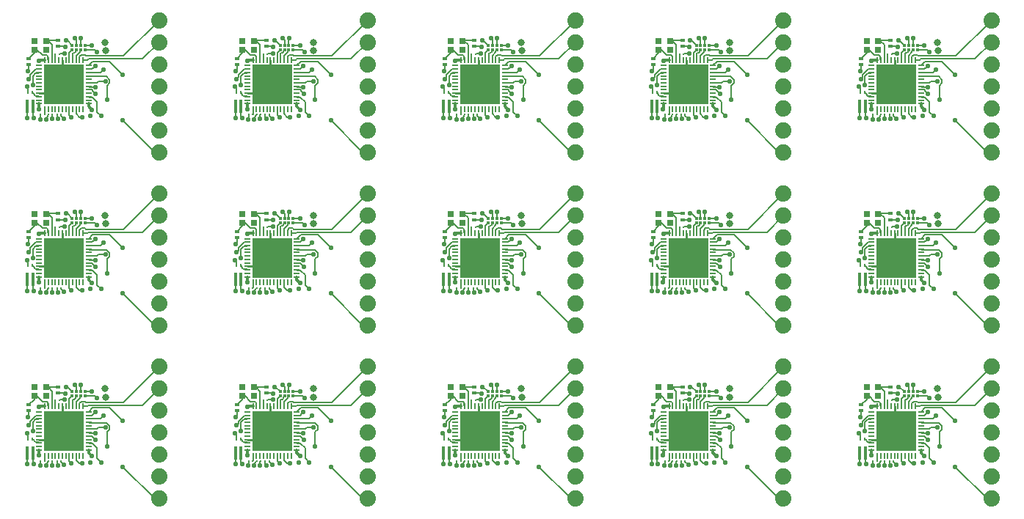
<source format=gbr>
G04 EAGLE Gerber X2 export*
%TF.Part,Single*%
%TF.FileFunction,Copper,L1,Top,Mixed*%
%TF.FilePolarity,Positive*%
%TF.GenerationSoftware,Autodesk,EAGLE,8.7.1*%
%TF.CreationDate,2018-04-12T23:37:32Z*%
G75*
%MOMM*%
%FSLAX34Y34*%
%LPD*%
%AMOC8*
5,1,8,0,0,1.08239X$1,22.5*%
G01*
%ADD10R,0.250000X0.250000*%
%ADD11C,1.879600*%
%ADD12R,0.750000X0.700000*%
%ADD13R,0.230000X0.680000*%
%ADD14R,4.600000X4.600000*%
%ADD15R,0.680000X0.230000*%
%ADD16R,0.350000X0.350000*%
%ADD17R,0.600000X0.400000*%
%ADD18R,0.350000X1.600000*%
%ADD19R,0.250000X0.300000*%
%ADD20C,0.152400*%
%ADD21C,0.558800*%
%ADD22C,0.254000*%
%ADD23C,0.804800*%
%ADD24C,0.203200*%
%ADD25C,0.304800*%


D10*
X24138Y8805D03*
X19566Y8805D03*
X38380Y8723D03*
X42952Y8723D03*
X28572Y8735D03*
X33144Y8735D03*
X36355Y78766D03*
X40927Y78766D03*
D11*
X156400Y117800D03*
X156400Y92400D03*
X156400Y67000D03*
X156400Y41600D03*
X156400Y16200D03*
X156400Y-9200D03*
X156400Y-34600D03*
D12*
X25607Y83791D03*
X12107Y83791D03*
X12107Y93791D03*
X25607Y93791D03*
D13*
X24462Y14900D03*
D14*
X46462Y43500D03*
D13*
X28462Y14900D03*
X32462Y14900D03*
X36462Y14900D03*
X40462Y14900D03*
X44462Y14900D03*
X48462Y14900D03*
X52462Y14900D03*
X56462Y14900D03*
X60462Y14900D03*
X64462Y14900D03*
X68462Y14900D03*
D15*
X75062Y21500D03*
X75062Y25500D03*
X75062Y29500D03*
X75062Y33500D03*
X75062Y37500D03*
X75062Y41500D03*
X75062Y45500D03*
X75062Y49500D03*
X75062Y53500D03*
X75062Y57500D03*
X75062Y61500D03*
X75062Y65500D03*
D13*
X68462Y72100D03*
X64462Y72100D03*
X60462Y72100D03*
X56462Y72100D03*
X52462Y72100D03*
X48462Y72100D03*
X44462Y72100D03*
X40462Y72100D03*
X36462Y72100D03*
X32462Y72100D03*
X28462Y72100D03*
X24462Y72100D03*
D15*
X17862Y65500D03*
X17862Y61500D03*
X17862Y57500D03*
X17862Y53500D03*
X17862Y49500D03*
X17862Y45500D03*
X17862Y41500D03*
X17862Y37500D03*
X17862Y33500D03*
X17862Y29500D03*
X17862Y25500D03*
X17862Y21500D03*
D16*
X70739Y83796D03*
X65739Y83796D03*
X60739Y83796D03*
X55739Y83796D03*
X70739Y88796D03*
X65739Y88796D03*
X60739Y88796D03*
X55739Y88796D03*
D17*
X5860Y66813D03*
X5860Y73813D03*
X39624Y87440D03*
X39624Y94440D03*
D18*
X4153Y18174D03*
X10653Y18174D03*
D19*
X10016Y34337D03*
X5016Y34337D03*
D10*
X264138Y8805D03*
X259566Y8805D03*
X278380Y8723D03*
X282952Y8723D03*
X268572Y8735D03*
X273144Y8735D03*
X276355Y78766D03*
X280927Y78766D03*
D11*
X396400Y117800D03*
X396400Y92400D03*
X396400Y67000D03*
X396400Y41600D03*
X396400Y16200D03*
X396400Y-9200D03*
X396400Y-34600D03*
D12*
X265607Y83791D03*
X252107Y83791D03*
X252107Y93791D03*
X265607Y93791D03*
D13*
X264462Y14900D03*
D14*
X286462Y43500D03*
D13*
X268462Y14900D03*
X272462Y14900D03*
X276462Y14900D03*
X280462Y14900D03*
X284462Y14900D03*
X288462Y14900D03*
X292462Y14900D03*
X296462Y14900D03*
X300462Y14900D03*
X304462Y14900D03*
X308462Y14900D03*
D15*
X315062Y21500D03*
X315062Y25500D03*
X315062Y29500D03*
X315062Y33500D03*
X315062Y37500D03*
X315062Y41500D03*
X315062Y45500D03*
X315062Y49500D03*
X315062Y53500D03*
X315062Y57500D03*
X315062Y61500D03*
X315062Y65500D03*
D13*
X308462Y72100D03*
X304462Y72100D03*
X300462Y72100D03*
X296462Y72100D03*
X292462Y72100D03*
X288462Y72100D03*
X284462Y72100D03*
X280462Y72100D03*
X276462Y72100D03*
X272462Y72100D03*
X268462Y72100D03*
X264462Y72100D03*
D15*
X257862Y65500D03*
X257862Y61500D03*
X257862Y57500D03*
X257862Y53500D03*
X257862Y49500D03*
X257862Y45500D03*
X257862Y41500D03*
X257862Y37500D03*
X257862Y33500D03*
X257862Y29500D03*
X257862Y25500D03*
X257862Y21500D03*
D16*
X310739Y83796D03*
X305739Y83796D03*
X300739Y83796D03*
X295739Y83796D03*
X310739Y88796D03*
X305739Y88796D03*
X300739Y88796D03*
X295739Y88796D03*
D17*
X245860Y66813D03*
X245860Y73813D03*
X279624Y87440D03*
X279624Y94440D03*
D18*
X244153Y18174D03*
X250653Y18174D03*
D19*
X250016Y34337D03*
X245016Y34337D03*
D10*
X504138Y8805D03*
X499566Y8805D03*
X518380Y8723D03*
X522952Y8723D03*
X508572Y8735D03*
X513144Y8735D03*
X516355Y78766D03*
X520927Y78766D03*
D11*
X636400Y117800D03*
X636400Y92400D03*
X636400Y67000D03*
X636400Y41600D03*
X636400Y16200D03*
X636400Y-9200D03*
X636400Y-34600D03*
D12*
X505607Y83791D03*
X492107Y83791D03*
X492107Y93791D03*
X505607Y93791D03*
D13*
X504462Y14900D03*
D14*
X526462Y43500D03*
D13*
X508462Y14900D03*
X512462Y14900D03*
X516462Y14900D03*
X520462Y14900D03*
X524462Y14900D03*
X528462Y14900D03*
X532462Y14900D03*
X536462Y14900D03*
X540462Y14900D03*
X544462Y14900D03*
X548462Y14900D03*
D15*
X555062Y21500D03*
X555062Y25500D03*
X555062Y29500D03*
X555062Y33500D03*
X555062Y37500D03*
X555062Y41500D03*
X555062Y45500D03*
X555062Y49500D03*
X555062Y53500D03*
X555062Y57500D03*
X555062Y61500D03*
X555062Y65500D03*
D13*
X548462Y72100D03*
X544462Y72100D03*
X540462Y72100D03*
X536462Y72100D03*
X532462Y72100D03*
X528462Y72100D03*
X524462Y72100D03*
X520462Y72100D03*
X516462Y72100D03*
X512462Y72100D03*
X508462Y72100D03*
X504462Y72100D03*
D15*
X497862Y65500D03*
X497862Y61500D03*
X497862Y57500D03*
X497862Y53500D03*
X497862Y49500D03*
X497862Y45500D03*
X497862Y41500D03*
X497862Y37500D03*
X497862Y33500D03*
X497862Y29500D03*
X497862Y25500D03*
X497862Y21500D03*
D16*
X550739Y83796D03*
X545739Y83796D03*
X540739Y83796D03*
X535739Y83796D03*
X550739Y88796D03*
X545739Y88796D03*
X540739Y88796D03*
X535739Y88796D03*
D17*
X485860Y66813D03*
X485860Y73813D03*
X519624Y87440D03*
X519624Y94440D03*
D18*
X484153Y18174D03*
X490653Y18174D03*
D19*
X490016Y34337D03*
X485016Y34337D03*
D10*
X744138Y8805D03*
X739566Y8805D03*
X758380Y8723D03*
X762952Y8723D03*
X748572Y8735D03*
X753144Y8735D03*
X756355Y78766D03*
X760927Y78766D03*
D11*
X876400Y117800D03*
X876400Y92400D03*
X876400Y67000D03*
X876400Y41600D03*
X876400Y16200D03*
X876400Y-9200D03*
X876400Y-34600D03*
D12*
X745607Y83791D03*
X732107Y83791D03*
X732107Y93791D03*
X745607Y93791D03*
D13*
X744462Y14900D03*
D14*
X766462Y43500D03*
D13*
X748462Y14900D03*
X752462Y14900D03*
X756462Y14900D03*
X760462Y14900D03*
X764462Y14900D03*
X768462Y14900D03*
X772462Y14900D03*
X776462Y14900D03*
X780462Y14900D03*
X784462Y14900D03*
X788462Y14900D03*
D15*
X795062Y21500D03*
X795062Y25500D03*
X795062Y29500D03*
X795062Y33500D03*
X795062Y37500D03*
X795062Y41500D03*
X795062Y45500D03*
X795062Y49500D03*
X795062Y53500D03*
X795062Y57500D03*
X795062Y61500D03*
X795062Y65500D03*
D13*
X788462Y72100D03*
X784462Y72100D03*
X780462Y72100D03*
X776462Y72100D03*
X772462Y72100D03*
X768462Y72100D03*
X764462Y72100D03*
X760462Y72100D03*
X756462Y72100D03*
X752462Y72100D03*
X748462Y72100D03*
X744462Y72100D03*
D15*
X737862Y65500D03*
X737862Y61500D03*
X737862Y57500D03*
X737862Y53500D03*
X737862Y49500D03*
X737862Y45500D03*
X737862Y41500D03*
X737862Y37500D03*
X737862Y33500D03*
X737862Y29500D03*
X737862Y25500D03*
X737862Y21500D03*
D16*
X790739Y83796D03*
X785739Y83796D03*
X780739Y83796D03*
X775739Y83796D03*
X790739Y88796D03*
X785739Y88796D03*
X780739Y88796D03*
X775739Y88796D03*
D17*
X725860Y66813D03*
X725860Y73813D03*
X759624Y87440D03*
X759624Y94440D03*
D18*
X724153Y18174D03*
X730653Y18174D03*
D19*
X730016Y34337D03*
X725016Y34337D03*
D10*
X984138Y8805D03*
X979566Y8805D03*
X998380Y8723D03*
X1002952Y8723D03*
X988572Y8735D03*
X993144Y8735D03*
X996355Y78766D03*
X1000927Y78766D03*
D11*
X1116400Y117800D03*
X1116400Y92400D03*
X1116400Y67000D03*
X1116400Y41600D03*
X1116400Y16200D03*
X1116400Y-9200D03*
X1116400Y-34600D03*
D12*
X985607Y83791D03*
X972107Y83791D03*
X972107Y93791D03*
X985607Y93791D03*
D13*
X984462Y14900D03*
D14*
X1006462Y43500D03*
D13*
X988462Y14900D03*
X992462Y14900D03*
X996462Y14900D03*
X1000462Y14900D03*
X1004462Y14900D03*
X1008462Y14900D03*
X1012462Y14900D03*
X1016462Y14900D03*
X1020462Y14900D03*
X1024462Y14900D03*
X1028462Y14900D03*
D15*
X1035062Y21500D03*
X1035062Y25500D03*
X1035062Y29500D03*
X1035062Y33500D03*
X1035062Y37500D03*
X1035062Y41500D03*
X1035062Y45500D03*
X1035062Y49500D03*
X1035062Y53500D03*
X1035062Y57500D03*
X1035062Y61500D03*
X1035062Y65500D03*
D13*
X1028462Y72100D03*
X1024462Y72100D03*
X1020462Y72100D03*
X1016462Y72100D03*
X1012462Y72100D03*
X1008462Y72100D03*
X1004462Y72100D03*
X1000462Y72100D03*
X996462Y72100D03*
X992462Y72100D03*
X988462Y72100D03*
X984462Y72100D03*
D15*
X977862Y65500D03*
X977862Y61500D03*
X977862Y57500D03*
X977862Y53500D03*
X977862Y49500D03*
X977862Y45500D03*
X977862Y41500D03*
X977862Y37500D03*
X977862Y33500D03*
X977862Y29500D03*
X977862Y25500D03*
X977862Y21500D03*
D16*
X1030739Y83796D03*
X1025739Y83796D03*
X1020739Y83796D03*
X1015739Y83796D03*
X1030739Y88796D03*
X1025739Y88796D03*
X1020739Y88796D03*
X1015739Y88796D03*
D17*
X965860Y66813D03*
X965860Y73813D03*
X999624Y87440D03*
X999624Y94440D03*
D18*
X964153Y18174D03*
X970653Y18174D03*
D19*
X970016Y34337D03*
X965016Y34337D03*
D10*
X24138Y208805D03*
X19566Y208805D03*
X38380Y208723D03*
X42952Y208723D03*
X28572Y208735D03*
X33144Y208735D03*
X36355Y278766D03*
X40927Y278766D03*
D11*
X156400Y317800D03*
X156400Y292400D03*
X156400Y267000D03*
X156400Y241600D03*
X156400Y216200D03*
X156400Y190800D03*
X156400Y165400D03*
D12*
X25607Y283791D03*
X12107Y283791D03*
X12107Y293791D03*
X25607Y293791D03*
D13*
X24462Y214900D03*
D14*
X46462Y243500D03*
D13*
X28462Y214900D03*
X32462Y214900D03*
X36462Y214900D03*
X40462Y214900D03*
X44462Y214900D03*
X48462Y214900D03*
X52462Y214900D03*
X56462Y214900D03*
X60462Y214900D03*
X64462Y214900D03*
X68462Y214900D03*
D15*
X75062Y221500D03*
X75062Y225500D03*
X75062Y229500D03*
X75062Y233500D03*
X75062Y237500D03*
X75062Y241500D03*
X75062Y245500D03*
X75062Y249500D03*
X75062Y253500D03*
X75062Y257500D03*
X75062Y261500D03*
X75062Y265500D03*
D13*
X68462Y272100D03*
X64462Y272100D03*
X60462Y272100D03*
X56462Y272100D03*
X52462Y272100D03*
X48462Y272100D03*
X44462Y272100D03*
X40462Y272100D03*
X36462Y272100D03*
X32462Y272100D03*
X28462Y272100D03*
X24462Y272100D03*
D15*
X17862Y265500D03*
X17862Y261500D03*
X17862Y257500D03*
X17862Y253500D03*
X17862Y249500D03*
X17862Y245500D03*
X17862Y241500D03*
X17862Y237500D03*
X17862Y233500D03*
X17862Y229500D03*
X17862Y225500D03*
X17862Y221500D03*
D16*
X70739Y283796D03*
X65739Y283796D03*
X60739Y283796D03*
X55739Y283796D03*
X70739Y288796D03*
X65739Y288796D03*
X60739Y288796D03*
X55739Y288796D03*
D17*
X5860Y266813D03*
X5860Y273813D03*
X39624Y287440D03*
X39624Y294440D03*
D18*
X4153Y218174D03*
X10653Y218174D03*
D19*
X10016Y234337D03*
X5016Y234337D03*
D10*
X264138Y208805D03*
X259566Y208805D03*
X278380Y208723D03*
X282952Y208723D03*
X268572Y208735D03*
X273144Y208735D03*
X276355Y278766D03*
X280927Y278766D03*
D11*
X396400Y317800D03*
X396400Y292400D03*
X396400Y267000D03*
X396400Y241600D03*
X396400Y216200D03*
X396400Y190800D03*
X396400Y165400D03*
D12*
X265607Y283791D03*
X252107Y283791D03*
X252107Y293791D03*
X265607Y293791D03*
D13*
X264462Y214900D03*
D14*
X286462Y243500D03*
D13*
X268462Y214900D03*
X272462Y214900D03*
X276462Y214900D03*
X280462Y214900D03*
X284462Y214900D03*
X288462Y214900D03*
X292462Y214900D03*
X296462Y214900D03*
X300462Y214900D03*
X304462Y214900D03*
X308462Y214900D03*
D15*
X315062Y221500D03*
X315062Y225500D03*
X315062Y229500D03*
X315062Y233500D03*
X315062Y237500D03*
X315062Y241500D03*
X315062Y245500D03*
X315062Y249500D03*
X315062Y253500D03*
X315062Y257500D03*
X315062Y261500D03*
X315062Y265500D03*
D13*
X308462Y272100D03*
X304462Y272100D03*
X300462Y272100D03*
X296462Y272100D03*
X292462Y272100D03*
X288462Y272100D03*
X284462Y272100D03*
X280462Y272100D03*
X276462Y272100D03*
X272462Y272100D03*
X268462Y272100D03*
X264462Y272100D03*
D15*
X257862Y265500D03*
X257862Y261500D03*
X257862Y257500D03*
X257862Y253500D03*
X257862Y249500D03*
X257862Y245500D03*
X257862Y241500D03*
X257862Y237500D03*
X257862Y233500D03*
X257862Y229500D03*
X257862Y225500D03*
X257862Y221500D03*
D16*
X310739Y283796D03*
X305739Y283796D03*
X300739Y283796D03*
X295739Y283796D03*
X310739Y288796D03*
X305739Y288796D03*
X300739Y288796D03*
X295739Y288796D03*
D17*
X245860Y266813D03*
X245860Y273813D03*
X279624Y287440D03*
X279624Y294440D03*
D18*
X244153Y218174D03*
X250653Y218174D03*
D19*
X250016Y234337D03*
X245016Y234337D03*
D10*
X504138Y208805D03*
X499566Y208805D03*
X518380Y208723D03*
X522952Y208723D03*
X508572Y208735D03*
X513144Y208735D03*
X516355Y278766D03*
X520927Y278766D03*
D11*
X636400Y317800D03*
X636400Y292400D03*
X636400Y267000D03*
X636400Y241600D03*
X636400Y216200D03*
X636400Y190800D03*
X636400Y165400D03*
D12*
X505607Y283791D03*
X492107Y283791D03*
X492107Y293791D03*
X505607Y293791D03*
D13*
X504462Y214900D03*
D14*
X526462Y243500D03*
D13*
X508462Y214900D03*
X512462Y214900D03*
X516462Y214900D03*
X520462Y214900D03*
X524462Y214900D03*
X528462Y214900D03*
X532462Y214900D03*
X536462Y214900D03*
X540462Y214900D03*
X544462Y214900D03*
X548462Y214900D03*
D15*
X555062Y221500D03*
X555062Y225500D03*
X555062Y229500D03*
X555062Y233500D03*
X555062Y237500D03*
X555062Y241500D03*
X555062Y245500D03*
X555062Y249500D03*
X555062Y253500D03*
X555062Y257500D03*
X555062Y261500D03*
X555062Y265500D03*
D13*
X548462Y272100D03*
X544462Y272100D03*
X540462Y272100D03*
X536462Y272100D03*
X532462Y272100D03*
X528462Y272100D03*
X524462Y272100D03*
X520462Y272100D03*
X516462Y272100D03*
X512462Y272100D03*
X508462Y272100D03*
X504462Y272100D03*
D15*
X497862Y265500D03*
X497862Y261500D03*
X497862Y257500D03*
X497862Y253500D03*
X497862Y249500D03*
X497862Y245500D03*
X497862Y241500D03*
X497862Y237500D03*
X497862Y233500D03*
X497862Y229500D03*
X497862Y225500D03*
X497862Y221500D03*
D16*
X550739Y283796D03*
X545739Y283796D03*
X540739Y283796D03*
X535739Y283796D03*
X550739Y288796D03*
X545739Y288796D03*
X540739Y288796D03*
X535739Y288796D03*
D17*
X485860Y266813D03*
X485860Y273813D03*
X519624Y287440D03*
X519624Y294440D03*
D18*
X484153Y218174D03*
X490653Y218174D03*
D19*
X490016Y234337D03*
X485016Y234337D03*
D10*
X744138Y208805D03*
X739566Y208805D03*
X758380Y208723D03*
X762952Y208723D03*
X748572Y208735D03*
X753144Y208735D03*
X756355Y278766D03*
X760927Y278766D03*
D11*
X876400Y317800D03*
X876400Y292400D03*
X876400Y267000D03*
X876400Y241600D03*
X876400Y216200D03*
X876400Y190800D03*
X876400Y165400D03*
D12*
X745607Y283791D03*
X732107Y283791D03*
X732107Y293791D03*
X745607Y293791D03*
D13*
X744462Y214900D03*
D14*
X766462Y243500D03*
D13*
X748462Y214900D03*
X752462Y214900D03*
X756462Y214900D03*
X760462Y214900D03*
X764462Y214900D03*
X768462Y214900D03*
X772462Y214900D03*
X776462Y214900D03*
X780462Y214900D03*
X784462Y214900D03*
X788462Y214900D03*
D15*
X795062Y221500D03*
X795062Y225500D03*
X795062Y229500D03*
X795062Y233500D03*
X795062Y237500D03*
X795062Y241500D03*
X795062Y245500D03*
X795062Y249500D03*
X795062Y253500D03*
X795062Y257500D03*
X795062Y261500D03*
X795062Y265500D03*
D13*
X788462Y272100D03*
X784462Y272100D03*
X780462Y272100D03*
X776462Y272100D03*
X772462Y272100D03*
X768462Y272100D03*
X764462Y272100D03*
X760462Y272100D03*
X756462Y272100D03*
X752462Y272100D03*
X748462Y272100D03*
X744462Y272100D03*
D15*
X737862Y265500D03*
X737862Y261500D03*
X737862Y257500D03*
X737862Y253500D03*
X737862Y249500D03*
X737862Y245500D03*
X737862Y241500D03*
X737862Y237500D03*
X737862Y233500D03*
X737862Y229500D03*
X737862Y225500D03*
X737862Y221500D03*
D16*
X790739Y283796D03*
X785739Y283796D03*
X780739Y283796D03*
X775739Y283796D03*
X790739Y288796D03*
X785739Y288796D03*
X780739Y288796D03*
X775739Y288796D03*
D17*
X725860Y266813D03*
X725860Y273813D03*
X759624Y287440D03*
X759624Y294440D03*
D18*
X724153Y218174D03*
X730653Y218174D03*
D19*
X730016Y234337D03*
X725016Y234337D03*
D10*
X984138Y208805D03*
X979566Y208805D03*
X998380Y208723D03*
X1002952Y208723D03*
X988572Y208735D03*
X993144Y208735D03*
X996355Y278766D03*
X1000927Y278766D03*
D11*
X1116400Y317800D03*
X1116400Y292400D03*
X1116400Y267000D03*
X1116400Y241600D03*
X1116400Y216200D03*
X1116400Y190800D03*
X1116400Y165400D03*
D12*
X985607Y283791D03*
X972107Y283791D03*
X972107Y293791D03*
X985607Y293791D03*
D13*
X984462Y214900D03*
D14*
X1006462Y243500D03*
D13*
X988462Y214900D03*
X992462Y214900D03*
X996462Y214900D03*
X1000462Y214900D03*
X1004462Y214900D03*
X1008462Y214900D03*
X1012462Y214900D03*
X1016462Y214900D03*
X1020462Y214900D03*
X1024462Y214900D03*
X1028462Y214900D03*
D15*
X1035062Y221500D03*
X1035062Y225500D03*
X1035062Y229500D03*
X1035062Y233500D03*
X1035062Y237500D03*
X1035062Y241500D03*
X1035062Y245500D03*
X1035062Y249500D03*
X1035062Y253500D03*
X1035062Y257500D03*
X1035062Y261500D03*
X1035062Y265500D03*
D13*
X1028462Y272100D03*
X1024462Y272100D03*
X1020462Y272100D03*
X1016462Y272100D03*
X1012462Y272100D03*
X1008462Y272100D03*
X1004462Y272100D03*
X1000462Y272100D03*
X996462Y272100D03*
X992462Y272100D03*
X988462Y272100D03*
X984462Y272100D03*
D15*
X977862Y265500D03*
X977862Y261500D03*
X977862Y257500D03*
X977862Y253500D03*
X977862Y249500D03*
X977862Y245500D03*
X977862Y241500D03*
X977862Y237500D03*
X977862Y233500D03*
X977862Y229500D03*
X977862Y225500D03*
X977862Y221500D03*
D16*
X1030739Y283796D03*
X1025739Y283796D03*
X1020739Y283796D03*
X1015739Y283796D03*
X1030739Y288796D03*
X1025739Y288796D03*
X1020739Y288796D03*
X1015739Y288796D03*
D17*
X965860Y266813D03*
X965860Y273813D03*
X999624Y287440D03*
X999624Y294440D03*
D18*
X964153Y218174D03*
X970653Y218174D03*
D19*
X970016Y234337D03*
X965016Y234337D03*
D10*
X24138Y408805D03*
X19566Y408805D03*
X38380Y408723D03*
X42952Y408723D03*
X28572Y408735D03*
X33144Y408735D03*
X36355Y478766D03*
X40927Y478766D03*
D11*
X156400Y517800D03*
X156400Y492400D03*
X156400Y467000D03*
X156400Y441600D03*
X156400Y416200D03*
X156400Y390800D03*
X156400Y365400D03*
D12*
X25607Y483791D03*
X12107Y483791D03*
X12107Y493791D03*
X25607Y493791D03*
D13*
X24462Y414900D03*
D14*
X46462Y443500D03*
D13*
X28462Y414900D03*
X32462Y414900D03*
X36462Y414900D03*
X40462Y414900D03*
X44462Y414900D03*
X48462Y414900D03*
X52462Y414900D03*
X56462Y414900D03*
X60462Y414900D03*
X64462Y414900D03*
X68462Y414900D03*
D15*
X75062Y421500D03*
X75062Y425500D03*
X75062Y429500D03*
X75062Y433500D03*
X75062Y437500D03*
X75062Y441500D03*
X75062Y445500D03*
X75062Y449500D03*
X75062Y453500D03*
X75062Y457500D03*
X75062Y461500D03*
X75062Y465500D03*
D13*
X68462Y472100D03*
X64462Y472100D03*
X60462Y472100D03*
X56462Y472100D03*
X52462Y472100D03*
X48462Y472100D03*
X44462Y472100D03*
X40462Y472100D03*
X36462Y472100D03*
X32462Y472100D03*
X28462Y472100D03*
X24462Y472100D03*
D15*
X17862Y465500D03*
X17862Y461500D03*
X17862Y457500D03*
X17862Y453500D03*
X17862Y449500D03*
X17862Y445500D03*
X17862Y441500D03*
X17862Y437500D03*
X17862Y433500D03*
X17862Y429500D03*
X17862Y425500D03*
X17862Y421500D03*
D16*
X70739Y483796D03*
X65739Y483796D03*
X60739Y483796D03*
X55739Y483796D03*
X70739Y488796D03*
X65739Y488796D03*
X60739Y488796D03*
X55739Y488796D03*
D17*
X5860Y466813D03*
X5860Y473813D03*
X39624Y487440D03*
X39624Y494440D03*
D18*
X4153Y418174D03*
X10653Y418174D03*
D19*
X10016Y434337D03*
X5016Y434337D03*
D10*
X264138Y408805D03*
X259566Y408805D03*
X278380Y408723D03*
X282952Y408723D03*
X268572Y408735D03*
X273144Y408735D03*
X276355Y478766D03*
X280927Y478766D03*
D11*
X396400Y517800D03*
X396400Y492400D03*
X396400Y467000D03*
X396400Y441600D03*
X396400Y416200D03*
X396400Y390800D03*
X396400Y365400D03*
D12*
X265607Y483791D03*
X252107Y483791D03*
X252107Y493791D03*
X265607Y493791D03*
D13*
X264462Y414900D03*
D14*
X286462Y443500D03*
D13*
X268462Y414900D03*
X272462Y414900D03*
X276462Y414900D03*
X280462Y414900D03*
X284462Y414900D03*
X288462Y414900D03*
X292462Y414900D03*
X296462Y414900D03*
X300462Y414900D03*
X304462Y414900D03*
X308462Y414900D03*
D15*
X315062Y421500D03*
X315062Y425500D03*
X315062Y429500D03*
X315062Y433500D03*
X315062Y437500D03*
X315062Y441500D03*
X315062Y445500D03*
X315062Y449500D03*
X315062Y453500D03*
X315062Y457500D03*
X315062Y461500D03*
X315062Y465500D03*
D13*
X308462Y472100D03*
X304462Y472100D03*
X300462Y472100D03*
X296462Y472100D03*
X292462Y472100D03*
X288462Y472100D03*
X284462Y472100D03*
X280462Y472100D03*
X276462Y472100D03*
X272462Y472100D03*
X268462Y472100D03*
X264462Y472100D03*
D15*
X257862Y465500D03*
X257862Y461500D03*
X257862Y457500D03*
X257862Y453500D03*
X257862Y449500D03*
X257862Y445500D03*
X257862Y441500D03*
X257862Y437500D03*
X257862Y433500D03*
X257862Y429500D03*
X257862Y425500D03*
X257862Y421500D03*
D16*
X310739Y483796D03*
X305739Y483796D03*
X300739Y483796D03*
X295739Y483796D03*
X310739Y488796D03*
X305739Y488796D03*
X300739Y488796D03*
X295739Y488796D03*
D17*
X245860Y466813D03*
X245860Y473813D03*
X279624Y487440D03*
X279624Y494440D03*
D18*
X244153Y418174D03*
X250653Y418174D03*
D19*
X250016Y434337D03*
X245016Y434337D03*
D10*
X504138Y408805D03*
X499566Y408805D03*
X518380Y408723D03*
X522952Y408723D03*
X508572Y408735D03*
X513144Y408735D03*
X516355Y478766D03*
X520927Y478766D03*
D11*
X636400Y517800D03*
X636400Y492400D03*
X636400Y467000D03*
X636400Y441600D03*
X636400Y416200D03*
X636400Y390800D03*
X636400Y365400D03*
D12*
X505607Y483791D03*
X492107Y483791D03*
X492107Y493791D03*
X505607Y493791D03*
D13*
X504462Y414900D03*
D14*
X526462Y443500D03*
D13*
X508462Y414900D03*
X512462Y414900D03*
X516462Y414900D03*
X520462Y414900D03*
X524462Y414900D03*
X528462Y414900D03*
X532462Y414900D03*
X536462Y414900D03*
X540462Y414900D03*
X544462Y414900D03*
X548462Y414900D03*
D15*
X555062Y421500D03*
X555062Y425500D03*
X555062Y429500D03*
X555062Y433500D03*
X555062Y437500D03*
X555062Y441500D03*
X555062Y445500D03*
X555062Y449500D03*
X555062Y453500D03*
X555062Y457500D03*
X555062Y461500D03*
X555062Y465500D03*
D13*
X548462Y472100D03*
X544462Y472100D03*
X540462Y472100D03*
X536462Y472100D03*
X532462Y472100D03*
X528462Y472100D03*
X524462Y472100D03*
X520462Y472100D03*
X516462Y472100D03*
X512462Y472100D03*
X508462Y472100D03*
X504462Y472100D03*
D15*
X497862Y465500D03*
X497862Y461500D03*
X497862Y457500D03*
X497862Y453500D03*
X497862Y449500D03*
X497862Y445500D03*
X497862Y441500D03*
X497862Y437500D03*
X497862Y433500D03*
X497862Y429500D03*
X497862Y425500D03*
X497862Y421500D03*
D16*
X550739Y483796D03*
X545739Y483796D03*
X540739Y483796D03*
X535739Y483796D03*
X550739Y488796D03*
X545739Y488796D03*
X540739Y488796D03*
X535739Y488796D03*
D17*
X485860Y466813D03*
X485860Y473813D03*
X519624Y487440D03*
X519624Y494440D03*
D18*
X484153Y418174D03*
X490653Y418174D03*
D19*
X490016Y434337D03*
X485016Y434337D03*
D10*
X744138Y408805D03*
X739566Y408805D03*
X758380Y408723D03*
X762952Y408723D03*
X748572Y408735D03*
X753144Y408735D03*
X756355Y478766D03*
X760927Y478766D03*
D11*
X876400Y517800D03*
X876400Y492400D03*
X876400Y467000D03*
X876400Y441600D03*
X876400Y416200D03*
X876400Y390800D03*
X876400Y365400D03*
D12*
X745607Y483791D03*
X732107Y483791D03*
X732107Y493791D03*
X745607Y493791D03*
D13*
X744462Y414900D03*
D14*
X766462Y443500D03*
D13*
X748462Y414900D03*
X752462Y414900D03*
X756462Y414900D03*
X760462Y414900D03*
X764462Y414900D03*
X768462Y414900D03*
X772462Y414900D03*
X776462Y414900D03*
X780462Y414900D03*
X784462Y414900D03*
X788462Y414900D03*
D15*
X795062Y421500D03*
X795062Y425500D03*
X795062Y429500D03*
X795062Y433500D03*
X795062Y437500D03*
X795062Y441500D03*
X795062Y445500D03*
X795062Y449500D03*
X795062Y453500D03*
X795062Y457500D03*
X795062Y461500D03*
X795062Y465500D03*
D13*
X788462Y472100D03*
X784462Y472100D03*
X780462Y472100D03*
X776462Y472100D03*
X772462Y472100D03*
X768462Y472100D03*
X764462Y472100D03*
X760462Y472100D03*
X756462Y472100D03*
X752462Y472100D03*
X748462Y472100D03*
X744462Y472100D03*
D15*
X737862Y465500D03*
X737862Y461500D03*
X737862Y457500D03*
X737862Y453500D03*
X737862Y449500D03*
X737862Y445500D03*
X737862Y441500D03*
X737862Y437500D03*
X737862Y433500D03*
X737862Y429500D03*
X737862Y425500D03*
X737862Y421500D03*
D16*
X790739Y483796D03*
X785739Y483796D03*
X780739Y483796D03*
X775739Y483796D03*
X790739Y488796D03*
X785739Y488796D03*
X780739Y488796D03*
X775739Y488796D03*
D17*
X725860Y466813D03*
X725860Y473813D03*
X759624Y487440D03*
X759624Y494440D03*
D18*
X724153Y418174D03*
X730653Y418174D03*
D19*
X730016Y434337D03*
X725016Y434337D03*
D10*
X984138Y408805D03*
X979566Y408805D03*
X998380Y408723D03*
X1002952Y408723D03*
X988572Y408735D03*
X993144Y408735D03*
X996355Y478766D03*
X1000927Y478766D03*
D11*
X1116400Y517800D03*
X1116400Y492400D03*
X1116400Y467000D03*
X1116400Y441600D03*
X1116400Y416200D03*
X1116400Y390800D03*
X1116400Y365400D03*
D12*
X985607Y483791D03*
X972107Y483791D03*
X972107Y493791D03*
X985607Y493791D03*
D13*
X984462Y414900D03*
D14*
X1006462Y443500D03*
D13*
X988462Y414900D03*
X992462Y414900D03*
X996462Y414900D03*
X1000462Y414900D03*
X1004462Y414900D03*
X1008462Y414900D03*
X1012462Y414900D03*
X1016462Y414900D03*
X1020462Y414900D03*
X1024462Y414900D03*
X1028462Y414900D03*
D15*
X1035062Y421500D03*
X1035062Y425500D03*
X1035062Y429500D03*
X1035062Y433500D03*
X1035062Y437500D03*
X1035062Y441500D03*
X1035062Y445500D03*
X1035062Y449500D03*
X1035062Y453500D03*
X1035062Y457500D03*
X1035062Y461500D03*
X1035062Y465500D03*
D13*
X1028462Y472100D03*
X1024462Y472100D03*
X1020462Y472100D03*
X1016462Y472100D03*
X1012462Y472100D03*
X1008462Y472100D03*
X1004462Y472100D03*
X1000462Y472100D03*
X996462Y472100D03*
X992462Y472100D03*
X988462Y472100D03*
X984462Y472100D03*
D15*
X977862Y465500D03*
X977862Y461500D03*
X977862Y457500D03*
X977862Y453500D03*
X977862Y449500D03*
X977862Y445500D03*
X977862Y441500D03*
X977862Y437500D03*
X977862Y433500D03*
X977862Y429500D03*
X977862Y425500D03*
X977862Y421500D03*
D16*
X1030739Y483796D03*
X1025739Y483796D03*
X1020739Y483796D03*
X1015739Y483796D03*
X1030739Y488796D03*
X1025739Y488796D03*
X1020739Y488796D03*
X1015739Y488796D03*
D17*
X965860Y466813D03*
X965860Y473813D03*
X999624Y487440D03*
X999624Y494440D03*
D18*
X964153Y418174D03*
X970653Y418174D03*
D19*
X970016Y434337D03*
X965016Y434337D03*
D20*
X24462Y9129D02*
X24138Y8805D01*
X24462Y9129D02*
X24462Y14900D01*
X36462Y72100D02*
X36462Y78659D01*
X36355Y78766D01*
X75062Y65500D02*
X79666Y70104D01*
X99060Y70104D02*
X114300Y54864D01*
D21*
X114300Y54864D03*
D20*
X99060Y70104D02*
X79666Y70104D01*
X39624Y94440D02*
X26256Y94440D01*
X25607Y93791D01*
X28129Y93791D01*
X32462Y89458D02*
X32462Y72100D01*
X32462Y89458D02*
X28129Y93791D01*
X15073Y83791D02*
X12107Y83791D01*
X21332Y77532D02*
X26454Y77532D01*
X28019Y72544D02*
X28462Y72100D01*
X28019Y75968D02*
X26454Y77532D01*
X28019Y75968D02*
X28019Y72544D01*
X21332Y77532D02*
X15073Y83791D01*
X12107Y80060D02*
X5860Y73813D01*
X12107Y80060D02*
X12107Y83791D01*
X64462Y75572D02*
X64462Y72100D01*
X115021Y76421D02*
X156400Y117800D01*
X71565Y76421D02*
X70454Y77532D01*
X71565Y76421D02*
X115021Y76421D01*
X66422Y77532D02*
X64462Y75572D01*
X66422Y77532D02*
X70454Y77532D01*
X68462Y72100D02*
X73624Y72100D01*
X74676Y73152D01*
X137152Y73152D01*
X156400Y92400D01*
X75814Y40749D02*
X75062Y41500D01*
X75814Y40749D02*
X82622Y40749D01*
D21*
X82622Y40749D03*
D20*
X80549Y45500D02*
X75062Y45500D01*
X80549Y45500D02*
X80623Y45575D01*
X84621Y45575D01*
X84696Y45500D01*
X84775Y45500D01*
X86402Y47127D02*
X94150Y47127D01*
D21*
X94150Y47127D03*
D20*
X86402Y47127D02*
X84775Y45500D01*
D21*
X96192Y25748D03*
D20*
X75881Y52682D02*
X75062Y53500D01*
X98976Y49126D02*
X98976Y45128D01*
X96192Y42343D01*
X95420Y52682D02*
X75881Y52682D01*
X95420Y52682D02*
X98976Y49126D01*
X96192Y42343D02*
X96192Y25748D01*
X60462Y14900D02*
X60462Y9642D01*
X64008Y6096D02*
X67056Y6096D01*
D21*
X67056Y6096D03*
D20*
X64008Y6096D02*
X60462Y9642D01*
D21*
X82904Y32994D03*
D20*
X80494Y35404D02*
X80494Y35492D01*
X80494Y35404D02*
X82904Y32994D01*
X78486Y37500D02*
X75062Y37500D01*
X78486Y37500D02*
X80494Y35492D01*
D21*
X60000Y60000D03*
X76800Y7200D03*
D22*
X44462Y65000D02*
X44462Y72100D01*
X44462Y65000D02*
X44462Y45500D01*
X27940Y33500D02*
X17862Y33500D01*
X27940Y33500D02*
X35560Y33500D01*
X36462Y33500D01*
X43981Y41019D01*
X44153Y41191D01*
X46462Y43500D01*
D20*
X44462Y45500D02*
X44462Y41500D01*
X44153Y41191D01*
X46462Y43500D02*
X44462Y45500D01*
X46462Y43500D02*
X43981Y41019D01*
X28870Y25908D01*
X27432Y25908D01*
D21*
X27432Y25908D03*
X35052Y25908D03*
D20*
X42672Y25908D01*
D21*
X42672Y25908D03*
D20*
X38380Y8723D02*
X38380Y4842D01*
X39542Y3680D01*
D21*
X39542Y3680D03*
X25826Y3491D03*
D20*
X27420Y7583D02*
X28572Y8735D01*
X27420Y7583D02*
X27420Y6713D01*
X25826Y5119D02*
X25826Y3491D01*
X25826Y5119D02*
X27420Y6713D01*
X19566Y8805D02*
X19566Y3986D01*
X19104Y3524D01*
D21*
X19104Y3524D03*
D20*
X40927Y78766D02*
X41724Y79564D01*
X47523Y79564D01*
D21*
X47523Y79564D03*
D20*
X47406Y87440D02*
X39624Y87440D01*
X47406Y87440D02*
X47971Y86875D01*
D21*
X47971Y86875D03*
D20*
X50087Y94447D02*
X55739Y88796D01*
X50087Y94447D02*
X48895Y94447D01*
D21*
X48895Y94447D03*
D20*
X5860Y66813D02*
X5860Y60510D01*
X4547Y59198D01*
D21*
X4547Y59198D03*
D20*
X43981Y64519D02*
X44462Y65000D01*
X43981Y64519D02*
X43981Y41019D01*
D23*
X43981Y41019D03*
D20*
X5016Y39513D02*
X5016Y34337D01*
X5016Y39513D02*
X3540Y40989D01*
D21*
X3540Y40989D03*
D24*
X4153Y18174D02*
X4153Y4796D01*
X4155Y4794D01*
D21*
X4155Y4794D03*
X50800Y25400D03*
D24*
X50800Y33020D01*
D21*
X50800Y33020D03*
X43180Y33020D03*
D24*
X42700Y33500D01*
X35560Y33500D01*
D21*
X35560Y33500D03*
D24*
X37940Y43500D02*
X46462Y43500D01*
X37940Y43500D02*
X27940Y33500D01*
D21*
X27940Y33500D03*
D24*
X46462Y43500D02*
X27940Y62022D01*
X27940Y63500D01*
D21*
X27940Y63500D03*
X27940Y55880D03*
D23*
X94250Y82682D03*
D25*
X24462Y72100D02*
X18929Y72100D01*
X17734Y70905D01*
D21*
X17734Y70905D03*
D20*
X42952Y8723D02*
X42952Y7690D01*
X46400Y4242D01*
D21*
X46400Y4242D03*
D20*
X33144Y8735D02*
X32684Y8274D01*
X32684Y3582D01*
D21*
X32684Y3582D03*
D23*
X94000Y92000D03*
D25*
X75062Y21500D02*
X75062Y17978D01*
X78637Y14404D01*
D21*
X78637Y14404D03*
D24*
X10653Y18174D02*
X10653Y5860D01*
X11613Y4900D01*
D21*
X11613Y4900D03*
D25*
X17862Y15589D02*
X17862Y21500D01*
X17862Y15589D02*
X17529Y15255D01*
D21*
X17529Y15255D03*
D20*
X17771Y29408D02*
X17862Y29500D01*
X17165Y30198D01*
X12430Y31508D02*
X12430Y31923D01*
X10016Y34337D01*
X13741Y30198D02*
X17165Y30198D01*
X13741Y30198D02*
X12430Y31508D01*
X52462Y14900D02*
X52462Y8538D01*
X55000Y6000D01*
D21*
X55000Y6000D03*
X89291Y7213D03*
D20*
X84472Y12032D01*
X75881Y28682D02*
X75062Y29500D01*
X75881Y28682D02*
X79304Y28682D01*
X84472Y23514D01*
X84472Y12032D01*
D21*
X114428Y2076D03*
D20*
X151104Y-34600D01*
X156400Y-34600D01*
D24*
X78636Y88796D02*
X70739Y88796D01*
X78636Y88796D02*
X78740Y88900D01*
D21*
X78740Y88900D03*
X82526Y65278D03*
D24*
X80748Y63500D01*
X80748Y63403D01*
X78845Y61500D01*
X75062Y61500D01*
D21*
X10398Y43225D03*
D20*
X17044Y56682D02*
X17862Y57500D01*
X17044Y56682D02*
X13621Y56682D01*
X10398Y53460D01*
X10398Y43225D01*
D21*
X65834Y96753D03*
D20*
X65739Y96658D01*
X65739Y88796D01*
D21*
X5572Y49951D03*
D20*
X7604Y51983D01*
X7604Y54666D02*
X14439Y61500D01*
X7604Y54666D02*
X7604Y51983D01*
X14439Y61500D02*
X17862Y61500D01*
D21*
X58976Y96869D03*
D20*
X60739Y95106D01*
X60739Y88796D01*
X52462Y80520D02*
X52462Y72100D01*
X52462Y80520D02*
X55739Y83796D01*
X56462Y79520D02*
X56462Y72100D01*
X56462Y79520D02*
X56957Y80014D01*
X58330Y80014D01*
X59521Y81204D01*
X59521Y82578D01*
X60739Y83796D01*
X64521Y82578D02*
X64521Y81204D01*
X64521Y82578D02*
X65739Y83796D01*
X60462Y77146D02*
X60462Y72100D01*
X60462Y77146D02*
X64521Y81204D01*
D24*
X70739Y83796D02*
X81602Y83796D01*
X84151Y81247D01*
D21*
X84151Y81247D03*
X92187Y60921D03*
D24*
X88766Y57500D01*
X75062Y57500D01*
D20*
X264138Y8805D02*
X264462Y9129D01*
X264462Y14900D01*
X276462Y72100D02*
X276462Y78659D01*
X276355Y78766D01*
X315062Y65500D02*
X319666Y70104D01*
X339060Y70104D02*
X354300Y54864D01*
D21*
X354300Y54864D03*
D20*
X339060Y70104D02*
X319666Y70104D01*
X279624Y94440D02*
X266256Y94440D01*
X265607Y93791D01*
X268129Y93791D01*
X272462Y89458D02*
X272462Y72100D01*
X272462Y89458D02*
X268129Y93791D01*
X255073Y83791D02*
X252107Y83791D01*
X261332Y77532D02*
X266454Y77532D01*
X268019Y72544D02*
X268462Y72100D01*
X268019Y75968D02*
X266454Y77532D01*
X268019Y75968D02*
X268019Y72544D01*
X261332Y77532D02*
X255073Y83791D01*
X252107Y80060D02*
X245860Y73813D01*
X252107Y80060D02*
X252107Y83791D01*
X304462Y75572D02*
X304462Y72100D01*
X355021Y76421D02*
X396400Y117800D01*
X311565Y76421D02*
X310454Y77532D01*
X311565Y76421D02*
X355021Y76421D01*
X306422Y77532D02*
X304462Y75572D01*
X306422Y77532D02*
X310454Y77532D01*
X308462Y72100D02*
X313624Y72100D01*
X314676Y73152D01*
X377152Y73152D01*
X396400Y92400D01*
X315814Y40749D02*
X315062Y41500D01*
X315814Y40749D02*
X322622Y40749D01*
D21*
X322622Y40749D03*
D20*
X320549Y45500D02*
X315062Y45500D01*
X320549Y45500D02*
X320623Y45575D01*
X324621Y45575D01*
X324696Y45500D01*
X324775Y45500D01*
X326402Y47127D02*
X334150Y47127D01*
D21*
X334150Y47127D03*
D20*
X326402Y47127D02*
X324775Y45500D01*
D21*
X336192Y25748D03*
D20*
X315881Y52682D02*
X315062Y53500D01*
X338976Y49126D02*
X338976Y45128D01*
X336192Y42343D01*
X335420Y52682D02*
X315881Y52682D01*
X335420Y52682D02*
X338976Y49126D01*
X336192Y42343D02*
X336192Y25748D01*
X300462Y14900D02*
X300462Y9642D01*
X304008Y6096D02*
X307056Y6096D01*
D21*
X307056Y6096D03*
D20*
X304008Y6096D02*
X300462Y9642D01*
D21*
X322904Y32994D03*
D20*
X320494Y35404D02*
X320494Y35492D01*
X320494Y35404D02*
X322904Y32994D01*
X318486Y37500D02*
X315062Y37500D01*
X318486Y37500D02*
X320494Y35492D01*
D21*
X300000Y60000D03*
X316800Y7200D03*
D22*
X284462Y65000D02*
X284462Y72100D01*
X284462Y65000D02*
X284462Y45500D01*
X267940Y33500D02*
X257862Y33500D01*
X267940Y33500D02*
X275560Y33500D01*
X276462Y33500D01*
X283981Y41019D01*
X284153Y41191D01*
X286462Y43500D01*
D20*
X284462Y45500D02*
X284462Y41500D01*
X284153Y41191D01*
X286462Y43500D02*
X284462Y45500D01*
X286462Y43500D02*
X283981Y41019D01*
X268870Y25908D01*
X267432Y25908D01*
D21*
X267432Y25908D03*
X275052Y25908D03*
D20*
X282672Y25908D01*
D21*
X282672Y25908D03*
D20*
X278380Y8723D02*
X278380Y4842D01*
X279542Y3680D01*
D21*
X279542Y3680D03*
X265826Y3491D03*
D20*
X267420Y7583D02*
X268572Y8735D01*
X267420Y7583D02*
X267420Y6713D01*
X265826Y5119D02*
X265826Y3491D01*
X265826Y5119D02*
X267420Y6713D01*
X259566Y8805D02*
X259566Y3986D01*
X259104Y3524D01*
D21*
X259104Y3524D03*
D20*
X280927Y78766D02*
X281724Y79564D01*
X287523Y79564D01*
D21*
X287523Y79564D03*
D20*
X287406Y87440D02*
X279624Y87440D01*
X287406Y87440D02*
X287971Y86875D01*
D21*
X287971Y86875D03*
D20*
X290087Y94447D02*
X295739Y88796D01*
X290087Y94447D02*
X288895Y94447D01*
D21*
X288895Y94447D03*
D20*
X245860Y66813D02*
X245860Y60510D01*
X244547Y59198D01*
D21*
X244547Y59198D03*
D20*
X283981Y64519D02*
X284462Y65000D01*
X283981Y64519D02*
X283981Y41019D01*
D23*
X283981Y41019D03*
D20*
X245016Y39513D02*
X245016Y34337D01*
X245016Y39513D02*
X243540Y40989D01*
D21*
X243540Y40989D03*
D24*
X244153Y18174D02*
X244153Y4796D01*
X244155Y4794D01*
D21*
X244155Y4794D03*
X290800Y25400D03*
D24*
X290800Y33020D01*
D21*
X290800Y33020D03*
X283180Y33020D03*
D24*
X282700Y33500D01*
X275560Y33500D01*
D21*
X275560Y33500D03*
D24*
X277940Y43500D02*
X286462Y43500D01*
X277940Y43500D02*
X267940Y33500D01*
D21*
X267940Y33500D03*
D24*
X286462Y43500D02*
X267940Y62022D01*
X267940Y63500D01*
D21*
X267940Y63500D03*
X267940Y55880D03*
D23*
X334250Y82682D03*
D25*
X264462Y72100D02*
X258929Y72100D01*
X257734Y70905D01*
D21*
X257734Y70905D03*
D20*
X282952Y8723D02*
X282952Y7690D01*
X286400Y4242D01*
D21*
X286400Y4242D03*
D20*
X273144Y8735D02*
X272684Y8274D01*
X272684Y3582D01*
D21*
X272684Y3582D03*
D23*
X334000Y92000D03*
D25*
X315062Y21500D02*
X315062Y17978D01*
X318637Y14404D01*
D21*
X318637Y14404D03*
D24*
X250653Y18174D02*
X250653Y5860D01*
X251613Y4900D01*
D21*
X251613Y4900D03*
D25*
X257862Y15589D02*
X257862Y21500D01*
X257862Y15589D02*
X257529Y15255D01*
D21*
X257529Y15255D03*
D20*
X257771Y29408D02*
X257862Y29500D01*
X257165Y30198D01*
X252430Y31508D02*
X252430Y31923D01*
X250016Y34337D01*
X253741Y30198D02*
X257165Y30198D01*
X253741Y30198D02*
X252430Y31508D01*
X292462Y14900D02*
X292462Y8538D01*
X295000Y6000D01*
D21*
X295000Y6000D03*
X329291Y7213D03*
D20*
X324472Y12032D01*
X315881Y28682D02*
X315062Y29500D01*
X315881Y28682D02*
X319304Y28682D01*
X324472Y23514D01*
X324472Y12032D01*
D21*
X354428Y2076D03*
D20*
X391104Y-34600D01*
X396400Y-34600D01*
D24*
X318636Y88796D02*
X310739Y88796D01*
X318636Y88796D02*
X318740Y88900D01*
D21*
X318740Y88900D03*
X322526Y65278D03*
D24*
X320748Y63500D01*
X320748Y63403D01*
X318845Y61500D01*
X315062Y61500D01*
D21*
X250398Y43225D03*
D20*
X257044Y56682D02*
X257862Y57500D01*
X257044Y56682D02*
X253621Y56682D01*
X250398Y53460D01*
X250398Y43225D01*
D21*
X305834Y96753D03*
D20*
X305739Y96658D01*
X305739Y88796D01*
D21*
X245572Y49951D03*
D20*
X247604Y51983D01*
X247604Y54666D02*
X254439Y61500D01*
X247604Y54666D02*
X247604Y51983D01*
X254439Y61500D02*
X257862Y61500D01*
D21*
X298976Y96869D03*
D20*
X300739Y95106D01*
X300739Y88796D01*
X292462Y80520D02*
X292462Y72100D01*
X292462Y80520D02*
X295739Y83796D01*
X296462Y79520D02*
X296462Y72100D01*
X296462Y79520D02*
X296957Y80014D01*
X298330Y80014D01*
X299521Y81204D01*
X299521Y82578D01*
X300739Y83796D01*
X304521Y82578D02*
X304521Y81204D01*
X304521Y82578D02*
X305739Y83796D01*
X300462Y77146D02*
X300462Y72100D01*
X300462Y77146D02*
X304521Y81204D01*
D24*
X310739Y83796D02*
X321602Y83796D01*
X324151Y81247D01*
D21*
X324151Y81247D03*
X332187Y60921D03*
D24*
X328766Y57500D01*
X315062Y57500D01*
D20*
X504138Y8805D02*
X504462Y9129D01*
X504462Y14900D01*
X516462Y72100D02*
X516462Y78659D01*
X516355Y78766D01*
X555062Y65500D02*
X559666Y70104D01*
X579060Y70104D02*
X594300Y54864D01*
D21*
X594300Y54864D03*
D20*
X579060Y70104D02*
X559666Y70104D01*
X519624Y94440D02*
X506256Y94440D01*
X505607Y93791D01*
X508129Y93791D01*
X512462Y89458D02*
X512462Y72100D01*
X512462Y89458D02*
X508129Y93791D01*
X495073Y83791D02*
X492107Y83791D01*
X501332Y77532D02*
X506454Y77532D01*
X508019Y72544D02*
X508462Y72100D01*
X508019Y75968D02*
X506454Y77532D01*
X508019Y75968D02*
X508019Y72544D01*
X501332Y77532D02*
X495073Y83791D01*
X492107Y80060D02*
X485860Y73813D01*
X492107Y80060D02*
X492107Y83791D01*
X544462Y75572D02*
X544462Y72100D01*
X595021Y76421D02*
X636400Y117800D01*
X551565Y76421D02*
X550454Y77532D01*
X551565Y76421D02*
X595021Y76421D01*
X546422Y77532D02*
X544462Y75572D01*
X546422Y77532D02*
X550454Y77532D01*
X548462Y72100D02*
X553624Y72100D01*
X554676Y73152D01*
X617152Y73152D01*
X636400Y92400D01*
X555814Y40749D02*
X555062Y41500D01*
X555814Y40749D02*
X562622Y40749D01*
D21*
X562622Y40749D03*
D20*
X560549Y45500D02*
X555062Y45500D01*
X560549Y45500D02*
X560623Y45575D01*
X564621Y45575D01*
X564696Y45500D01*
X564775Y45500D01*
X566402Y47127D02*
X574150Y47127D01*
D21*
X574150Y47127D03*
D20*
X566402Y47127D02*
X564775Y45500D01*
D21*
X576192Y25748D03*
D20*
X555881Y52682D02*
X555062Y53500D01*
X578976Y49126D02*
X578976Y45128D01*
X576192Y42343D01*
X575420Y52682D02*
X555881Y52682D01*
X575420Y52682D02*
X578976Y49126D01*
X576192Y42343D02*
X576192Y25748D01*
X540462Y14900D02*
X540462Y9642D01*
X544008Y6096D02*
X547056Y6096D01*
D21*
X547056Y6096D03*
D20*
X544008Y6096D02*
X540462Y9642D01*
D21*
X562904Y32994D03*
D20*
X560494Y35404D02*
X560494Y35492D01*
X560494Y35404D02*
X562904Y32994D01*
X558486Y37500D02*
X555062Y37500D01*
X558486Y37500D02*
X560494Y35492D01*
D21*
X540000Y60000D03*
X556800Y7200D03*
D22*
X524462Y65000D02*
X524462Y72100D01*
X524462Y65000D02*
X524462Y45500D01*
X507940Y33500D02*
X497862Y33500D01*
X507940Y33500D02*
X515560Y33500D01*
X516462Y33500D01*
X523981Y41019D01*
X524153Y41191D01*
X526462Y43500D01*
D20*
X524462Y45500D02*
X524462Y41500D01*
X524153Y41191D01*
X526462Y43500D02*
X524462Y45500D01*
X526462Y43500D02*
X523981Y41019D01*
X508870Y25908D01*
X507432Y25908D01*
D21*
X507432Y25908D03*
X515052Y25908D03*
D20*
X522672Y25908D01*
D21*
X522672Y25908D03*
D20*
X518380Y8723D02*
X518380Y4842D01*
X519542Y3680D01*
D21*
X519542Y3680D03*
X505826Y3491D03*
D20*
X507420Y7583D02*
X508572Y8735D01*
X507420Y7583D02*
X507420Y6713D01*
X505826Y5119D02*
X505826Y3491D01*
X505826Y5119D02*
X507420Y6713D01*
X499566Y8805D02*
X499566Y3986D01*
X499104Y3524D01*
D21*
X499104Y3524D03*
D20*
X520927Y78766D02*
X521724Y79564D01*
X527523Y79564D01*
D21*
X527523Y79564D03*
D20*
X527406Y87440D02*
X519624Y87440D01*
X527406Y87440D02*
X527971Y86875D01*
D21*
X527971Y86875D03*
D20*
X530087Y94447D02*
X535739Y88796D01*
X530087Y94447D02*
X528895Y94447D01*
D21*
X528895Y94447D03*
D20*
X485860Y66813D02*
X485860Y60510D01*
X484547Y59198D01*
D21*
X484547Y59198D03*
D20*
X523981Y64519D02*
X524462Y65000D01*
X523981Y64519D02*
X523981Y41019D01*
D23*
X523981Y41019D03*
D20*
X485016Y39513D02*
X485016Y34337D01*
X485016Y39513D02*
X483540Y40989D01*
D21*
X483540Y40989D03*
D24*
X484153Y18174D02*
X484153Y4796D01*
X484155Y4794D01*
D21*
X484155Y4794D03*
X530800Y25400D03*
D24*
X530800Y33020D01*
D21*
X530800Y33020D03*
X523180Y33020D03*
D24*
X522700Y33500D01*
X515560Y33500D01*
D21*
X515560Y33500D03*
D24*
X517940Y43500D02*
X526462Y43500D01*
X517940Y43500D02*
X507940Y33500D01*
D21*
X507940Y33500D03*
D24*
X526462Y43500D02*
X507940Y62022D01*
X507940Y63500D01*
D21*
X507940Y63500D03*
X507940Y55880D03*
D23*
X574250Y82682D03*
D25*
X504462Y72100D02*
X498929Y72100D01*
X497734Y70905D01*
D21*
X497734Y70905D03*
D20*
X522952Y8723D02*
X522952Y7690D01*
X526400Y4242D01*
D21*
X526400Y4242D03*
D20*
X513144Y8735D02*
X512684Y8274D01*
X512684Y3582D01*
D21*
X512684Y3582D03*
D23*
X574000Y92000D03*
D25*
X555062Y21500D02*
X555062Y17978D01*
X558637Y14404D01*
D21*
X558637Y14404D03*
D24*
X490653Y18174D02*
X490653Y5860D01*
X491613Y4900D01*
D21*
X491613Y4900D03*
D25*
X497862Y15589D02*
X497862Y21500D01*
X497862Y15589D02*
X497529Y15255D01*
D21*
X497529Y15255D03*
D20*
X497771Y29408D02*
X497862Y29500D01*
X497165Y30198D01*
X492430Y31508D02*
X492430Y31923D01*
X490016Y34337D01*
X493741Y30198D02*
X497165Y30198D01*
X493741Y30198D02*
X492430Y31508D01*
X532462Y14900D02*
X532462Y8538D01*
X535000Y6000D01*
D21*
X535000Y6000D03*
X569291Y7213D03*
D20*
X564472Y12032D01*
X555881Y28682D02*
X555062Y29500D01*
X555881Y28682D02*
X559304Y28682D01*
X564472Y23514D01*
X564472Y12032D01*
D21*
X594428Y2076D03*
D20*
X631104Y-34600D01*
X636400Y-34600D01*
D24*
X558636Y88796D02*
X550739Y88796D01*
X558636Y88796D02*
X558740Y88900D01*
D21*
X558740Y88900D03*
X562526Y65278D03*
D24*
X560748Y63500D01*
X560748Y63403D01*
X558845Y61500D01*
X555062Y61500D01*
D21*
X490398Y43225D03*
D20*
X497044Y56682D02*
X497862Y57500D01*
X497044Y56682D02*
X493621Y56682D01*
X490398Y53460D01*
X490398Y43225D01*
D21*
X545834Y96753D03*
D20*
X545739Y96658D01*
X545739Y88796D01*
D21*
X485572Y49951D03*
D20*
X487604Y51983D01*
X487604Y54666D02*
X494439Y61500D01*
X487604Y54666D02*
X487604Y51983D01*
X494439Y61500D02*
X497862Y61500D01*
D21*
X538976Y96869D03*
D20*
X540739Y95106D01*
X540739Y88796D01*
X532462Y80520D02*
X532462Y72100D01*
X532462Y80520D02*
X535739Y83796D01*
X536462Y79520D02*
X536462Y72100D01*
X536462Y79520D02*
X536957Y80014D01*
X538330Y80014D01*
X539521Y81204D01*
X539521Y82578D01*
X540739Y83796D01*
X544521Y82578D02*
X544521Y81204D01*
X544521Y82578D02*
X545739Y83796D01*
X540462Y77146D02*
X540462Y72100D01*
X540462Y77146D02*
X544521Y81204D01*
D24*
X550739Y83796D02*
X561602Y83796D01*
X564151Y81247D01*
D21*
X564151Y81247D03*
X572187Y60921D03*
D24*
X568766Y57500D01*
X555062Y57500D01*
D20*
X744138Y8805D02*
X744462Y9129D01*
X744462Y14900D01*
X756462Y72100D02*
X756462Y78659D01*
X756355Y78766D01*
X795062Y65500D02*
X799666Y70104D01*
X819060Y70104D02*
X834300Y54864D01*
D21*
X834300Y54864D03*
D20*
X819060Y70104D02*
X799666Y70104D01*
X759624Y94440D02*
X746256Y94440D01*
X745607Y93791D01*
X748129Y93791D01*
X752462Y89458D02*
X752462Y72100D01*
X752462Y89458D02*
X748129Y93791D01*
X735073Y83791D02*
X732107Y83791D01*
X741332Y77532D02*
X746454Y77532D01*
X748019Y72544D02*
X748462Y72100D01*
X748019Y75968D02*
X746454Y77532D01*
X748019Y75968D02*
X748019Y72544D01*
X741332Y77532D02*
X735073Y83791D01*
X732107Y80060D02*
X725860Y73813D01*
X732107Y80060D02*
X732107Y83791D01*
X784462Y75572D02*
X784462Y72100D01*
X835021Y76421D02*
X876400Y117800D01*
X791565Y76421D02*
X790454Y77532D01*
X791565Y76421D02*
X835021Y76421D01*
X786422Y77532D02*
X784462Y75572D01*
X786422Y77532D02*
X790454Y77532D01*
X788462Y72100D02*
X793624Y72100D01*
X794676Y73152D01*
X857152Y73152D01*
X876400Y92400D01*
X795814Y40749D02*
X795062Y41500D01*
X795814Y40749D02*
X802622Y40749D01*
D21*
X802622Y40749D03*
D20*
X800549Y45500D02*
X795062Y45500D01*
X800549Y45500D02*
X800623Y45575D01*
X804621Y45575D01*
X804696Y45500D01*
X804775Y45500D01*
X806402Y47127D02*
X814150Y47127D01*
D21*
X814150Y47127D03*
D20*
X806402Y47127D02*
X804775Y45500D01*
D21*
X816192Y25748D03*
D20*
X795881Y52682D02*
X795062Y53500D01*
X818976Y49126D02*
X818976Y45128D01*
X816192Y42343D01*
X815420Y52682D02*
X795881Y52682D01*
X815420Y52682D02*
X818976Y49126D01*
X816192Y42343D02*
X816192Y25748D01*
X780462Y14900D02*
X780462Y9642D01*
X784008Y6096D02*
X787056Y6096D01*
D21*
X787056Y6096D03*
D20*
X784008Y6096D02*
X780462Y9642D01*
D21*
X802904Y32994D03*
D20*
X800494Y35404D02*
X800494Y35492D01*
X800494Y35404D02*
X802904Y32994D01*
X798486Y37500D02*
X795062Y37500D01*
X798486Y37500D02*
X800494Y35492D01*
D21*
X780000Y60000D03*
X796800Y7200D03*
D22*
X764462Y65000D02*
X764462Y72100D01*
X764462Y65000D02*
X764462Y45500D01*
X747940Y33500D02*
X737862Y33500D01*
X747940Y33500D02*
X755560Y33500D01*
X756462Y33500D01*
X763981Y41019D01*
X764153Y41191D01*
X766462Y43500D01*
D20*
X764462Y45500D02*
X764462Y41500D01*
X764153Y41191D01*
X766462Y43500D02*
X764462Y45500D01*
X766462Y43500D02*
X763981Y41019D01*
X748870Y25908D01*
X747432Y25908D01*
D21*
X747432Y25908D03*
X755052Y25908D03*
D20*
X762672Y25908D01*
D21*
X762672Y25908D03*
D20*
X758380Y8723D02*
X758380Y4842D01*
X759542Y3680D01*
D21*
X759542Y3680D03*
X745826Y3491D03*
D20*
X747420Y7583D02*
X748572Y8735D01*
X747420Y7583D02*
X747420Y6713D01*
X745826Y5119D02*
X745826Y3491D01*
X745826Y5119D02*
X747420Y6713D01*
X739566Y8805D02*
X739566Y3986D01*
X739104Y3524D01*
D21*
X739104Y3524D03*
D20*
X760927Y78766D02*
X761724Y79564D01*
X767523Y79564D01*
D21*
X767523Y79564D03*
D20*
X767406Y87440D02*
X759624Y87440D01*
X767406Y87440D02*
X767971Y86875D01*
D21*
X767971Y86875D03*
D20*
X770087Y94447D02*
X775739Y88796D01*
X770087Y94447D02*
X768895Y94447D01*
D21*
X768895Y94447D03*
D20*
X725860Y66813D02*
X725860Y60510D01*
X724547Y59198D01*
D21*
X724547Y59198D03*
D20*
X763981Y64519D02*
X764462Y65000D01*
X763981Y64519D02*
X763981Y41019D01*
D23*
X763981Y41019D03*
D20*
X725016Y39513D02*
X725016Y34337D01*
X725016Y39513D02*
X723540Y40989D01*
D21*
X723540Y40989D03*
D24*
X724153Y18174D02*
X724153Y4796D01*
X724155Y4794D01*
D21*
X724155Y4794D03*
X770800Y25400D03*
D24*
X770800Y33020D01*
D21*
X770800Y33020D03*
X763180Y33020D03*
D24*
X762700Y33500D01*
X755560Y33500D01*
D21*
X755560Y33500D03*
D24*
X757940Y43500D02*
X766462Y43500D01*
X757940Y43500D02*
X747940Y33500D01*
D21*
X747940Y33500D03*
D24*
X766462Y43500D02*
X747940Y62022D01*
X747940Y63500D01*
D21*
X747940Y63500D03*
X747940Y55880D03*
D23*
X814250Y82682D03*
D25*
X744462Y72100D02*
X738929Y72100D01*
X737734Y70905D01*
D21*
X737734Y70905D03*
D20*
X762952Y8723D02*
X762952Y7690D01*
X766400Y4242D01*
D21*
X766400Y4242D03*
D20*
X753144Y8735D02*
X752684Y8274D01*
X752684Y3582D01*
D21*
X752684Y3582D03*
D23*
X814000Y92000D03*
D25*
X795062Y21500D02*
X795062Y17978D01*
X798637Y14404D01*
D21*
X798637Y14404D03*
D24*
X730653Y18174D02*
X730653Y5860D01*
X731613Y4900D01*
D21*
X731613Y4900D03*
D25*
X737862Y15589D02*
X737862Y21500D01*
X737862Y15589D02*
X737529Y15255D01*
D21*
X737529Y15255D03*
D20*
X737771Y29408D02*
X737862Y29500D01*
X737165Y30198D01*
X732430Y31508D02*
X732430Y31923D01*
X730016Y34337D01*
X733741Y30198D02*
X737165Y30198D01*
X733741Y30198D02*
X732430Y31508D01*
X772462Y14900D02*
X772462Y8538D01*
X775000Y6000D01*
D21*
X775000Y6000D03*
X809291Y7213D03*
D20*
X804472Y12032D01*
X795881Y28682D02*
X795062Y29500D01*
X795881Y28682D02*
X799304Y28682D01*
X804472Y23514D01*
X804472Y12032D01*
D21*
X834428Y2076D03*
D20*
X871104Y-34600D01*
X876400Y-34600D01*
D24*
X798636Y88796D02*
X790739Y88796D01*
X798636Y88796D02*
X798740Y88900D01*
D21*
X798740Y88900D03*
X802526Y65278D03*
D24*
X800748Y63500D01*
X800748Y63403D01*
X798845Y61500D01*
X795062Y61500D01*
D21*
X730398Y43225D03*
D20*
X737044Y56682D02*
X737862Y57500D01*
X737044Y56682D02*
X733621Y56682D01*
X730398Y53460D01*
X730398Y43225D01*
D21*
X785834Y96753D03*
D20*
X785739Y96658D01*
X785739Y88796D01*
D21*
X725572Y49951D03*
D20*
X727604Y51983D01*
X727604Y54666D02*
X734439Y61500D01*
X727604Y54666D02*
X727604Y51983D01*
X734439Y61500D02*
X737862Y61500D01*
D21*
X778976Y96869D03*
D20*
X780739Y95106D01*
X780739Y88796D01*
X772462Y80520D02*
X772462Y72100D01*
X772462Y80520D02*
X775739Y83796D01*
X776462Y79520D02*
X776462Y72100D01*
X776462Y79520D02*
X776957Y80014D01*
X778330Y80014D01*
X779521Y81204D01*
X779521Y82578D01*
X780739Y83796D01*
X784521Y82578D02*
X784521Y81204D01*
X784521Y82578D02*
X785739Y83796D01*
X780462Y77146D02*
X780462Y72100D01*
X780462Y77146D02*
X784521Y81204D01*
D24*
X790739Y83796D02*
X801602Y83796D01*
X804151Y81247D01*
D21*
X804151Y81247D03*
X812187Y60921D03*
D24*
X808766Y57500D01*
X795062Y57500D01*
D20*
X984138Y8805D02*
X984462Y9129D01*
X984462Y14900D01*
X996462Y72100D02*
X996462Y78659D01*
X996355Y78766D01*
X1035062Y65500D02*
X1039666Y70104D01*
X1059060Y70104D02*
X1074300Y54864D01*
D21*
X1074300Y54864D03*
D20*
X1059060Y70104D02*
X1039666Y70104D01*
X999624Y94440D02*
X986256Y94440D01*
X985607Y93791D01*
X988129Y93791D01*
X992462Y89458D02*
X992462Y72100D01*
X992462Y89458D02*
X988129Y93791D01*
X975073Y83791D02*
X972107Y83791D01*
X981332Y77532D02*
X986454Y77532D01*
X988019Y72544D02*
X988462Y72100D01*
X988019Y75968D02*
X986454Y77532D01*
X988019Y75968D02*
X988019Y72544D01*
X981332Y77532D02*
X975073Y83791D01*
X972107Y80060D02*
X965860Y73813D01*
X972107Y80060D02*
X972107Y83791D01*
X1024462Y75572D02*
X1024462Y72100D01*
X1075021Y76421D02*
X1116400Y117800D01*
X1031565Y76421D02*
X1030454Y77532D01*
X1031565Y76421D02*
X1075021Y76421D01*
X1026422Y77532D02*
X1024462Y75572D01*
X1026422Y77532D02*
X1030454Y77532D01*
X1028462Y72100D02*
X1033624Y72100D01*
X1034676Y73152D01*
X1097152Y73152D01*
X1116400Y92400D01*
X1035814Y40749D02*
X1035062Y41500D01*
X1035814Y40749D02*
X1042622Y40749D01*
D21*
X1042622Y40749D03*
D20*
X1040549Y45500D02*
X1035062Y45500D01*
X1040549Y45500D02*
X1040623Y45575D01*
X1044621Y45575D01*
X1044696Y45500D01*
X1044775Y45500D01*
X1046402Y47127D02*
X1054150Y47127D01*
D21*
X1054150Y47127D03*
D20*
X1046402Y47127D02*
X1044775Y45500D01*
D21*
X1056192Y25748D03*
D20*
X1035881Y52682D02*
X1035062Y53500D01*
X1058976Y49126D02*
X1058976Y45128D01*
X1056192Y42343D01*
X1055420Y52682D02*
X1035881Y52682D01*
X1055420Y52682D02*
X1058976Y49126D01*
X1056192Y42343D02*
X1056192Y25748D01*
X1020462Y14900D02*
X1020462Y9642D01*
X1024008Y6096D02*
X1027056Y6096D01*
D21*
X1027056Y6096D03*
D20*
X1024008Y6096D02*
X1020462Y9642D01*
D21*
X1042904Y32994D03*
D20*
X1040494Y35404D02*
X1040494Y35492D01*
X1040494Y35404D02*
X1042904Y32994D01*
X1038486Y37500D02*
X1035062Y37500D01*
X1038486Y37500D02*
X1040494Y35492D01*
D21*
X1020000Y60000D03*
X1036800Y7200D03*
D22*
X1004462Y65000D02*
X1004462Y72100D01*
X1004462Y65000D02*
X1004462Y45500D01*
X987940Y33500D02*
X977862Y33500D01*
X987940Y33500D02*
X995560Y33500D01*
X996462Y33500D01*
X1003981Y41019D01*
X1004153Y41191D01*
X1006462Y43500D01*
D20*
X1004462Y45500D02*
X1004462Y41500D01*
X1004153Y41191D01*
X1006462Y43500D02*
X1004462Y45500D01*
X1006462Y43500D02*
X1003981Y41019D01*
X988870Y25908D01*
X987432Y25908D01*
D21*
X987432Y25908D03*
X995052Y25908D03*
D20*
X1002672Y25908D01*
D21*
X1002672Y25908D03*
D20*
X998380Y8723D02*
X998380Y4842D01*
X999542Y3680D01*
D21*
X999542Y3680D03*
X985826Y3491D03*
D20*
X987420Y7583D02*
X988572Y8735D01*
X987420Y7583D02*
X987420Y6713D01*
X985826Y5119D02*
X985826Y3491D01*
X985826Y5119D02*
X987420Y6713D01*
X979566Y8805D02*
X979566Y3986D01*
X979104Y3524D01*
D21*
X979104Y3524D03*
D20*
X1000927Y78766D02*
X1001724Y79564D01*
X1007523Y79564D01*
D21*
X1007523Y79564D03*
D20*
X1007406Y87440D02*
X999624Y87440D01*
X1007406Y87440D02*
X1007971Y86875D01*
D21*
X1007971Y86875D03*
D20*
X1010087Y94447D02*
X1015739Y88796D01*
X1010087Y94447D02*
X1008895Y94447D01*
D21*
X1008895Y94447D03*
D20*
X965860Y66813D02*
X965860Y60510D01*
X964547Y59198D01*
D21*
X964547Y59198D03*
D20*
X1003981Y64519D02*
X1004462Y65000D01*
X1003981Y64519D02*
X1003981Y41019D01*
D23*
X1003981Y41019D03*
D20*
X965016Y39513D02*
X965016Y34337D01*
X965016Y39513D02*
X963540Y40989D01*
D21*
X963540Y40989D03*
D24*
X964153Y18174D02*
X964153Y4796D01*
X964155Y4794D01*
D21*
X964155Y4794D03*
X1010800Y25400D03*
D24*
X1010800Y33020D01*
D21*
X1010800Y33020D03*
X1003180Y33020D03*
D24*
X1002700Y33500D01*
X995560Y33500D01*
D21*
X995560Y33500D03*
D24*
X997940Y43500D02*
X1006462Y43500D01*
X997940Y43500D02*
X987940Y33500D01*
D21*
X987940Y33500D03*
D24*
X1006462Y43500D02*
X987940Y62022D01*
X987940Y63500D01*
D21*
X987940Y63500D03*
X987940Y55880D03*
D23*
X1054250Y82682D03*
D25*
X984462Y72100D02*
X978929Y72100D01*
X977734Y70905D01*
D21*
X977734Y70905D03*
D20*
X1002952Y8723D02*
X1002952Y7690D01*
X1006400Y4242D01*
D21*
X1006400Y4242D03*
D20*
X993144Y8735D02*
X992684Y8274D01*
X992684Y3582D01*
D21*
X992684Y3582D03*
D23*
X1054000Y92000D03*
D25*
X1035062Y21500D02*
X1035062Y17978D01*
X1038637Y14404D01*
D21*
X1038637Y14404D03*
D24*
X970653Y18174D02*
X970653Y5860D01*
X971613Y4900D01*
D21*
X971613Y4900D03*
D25*
X977862Y15589D02*
X977862Y21500D01*
X977862Y15589D02*
X977529Y15255D01*
D21*
X977529Y15255D03*
D20*
X977771Y29408D02*
X977862Y29500D01*
X977165Y30198D01*
X972430Y31508D02*
X972430Y31923D01*
X970016Y34337D01*
X973741Y30198D02*
X977165Y30198D01*
X973741Y30198D02*
X972430Y31508D01*
X1012462Y14900D02*
X1012462Y8538D01*
X1015000Y6000D01*
D21*
X1015000Y6000D03*
X1049291Y7213D03*
D20*
X1044472Y12032D01*
X1035881Y28682D02*
X1035062Y29500D01*
X1035881Y28682D02*
X1039304Y28682D01*
X1044472Y23514D01*
X1044472Y12032D01*
D21*
X1074428Y2076D03*
D20*
X1111104Y-34600D01*
X1116400Y-34600D01*
D24*
X1038636Y88796D02*
X1030739Y88796D01*
X1038636Y88796D02*
X1038740Y88900D01*
D21*
X1038740Y88900D03*
X1042526Y65278D03*
D24*
X1040748Y63500D01*
X1040748Y63403D01*
X1038845Y61500D01*
X1035062Y61500D01*
D21*
X970398Y43225D03*
D20*
X977044Y56682D02*
X977862Y57500D01*
X977044Y56682D02*
X973621Y56682D01*
X970398Y53460D01*
X970398Y43225D01*
D21*
X1025834Y96753D03*
D20*
X1025739Y96658D01*
X1025739Y88796D01*
D21*
X965572Y49951D03*
D20*
X967604Y51983D01*
X967604Y54666D02*
X974439Y61500D01*
X967604Y54666D02*
X967604Y51983D01*
X974439Y61500D02*
X977862Y61500D01*
D21*
X1018976Y96869D03*
D20*
X1020739Y95106D01*
X1020739Y88796D01*
X1012462Y80520D02*
X1012462Y72100D01*
X1012462Y80520D02*
X1015739Y83796D01*
X1016462Y79520D02*
X1016462Y72100D01*
X1016462Y79520D02*
X1016957Y80014D01*
X1018330Y80014D01*
X1019521Y81204D01*
X1019521Y82578D01*
X1020739Y83796D01*
X1024521Y82578D02*
X1024521Y81204D01*
X1024521Y82578D02*
X1025739Y83796D01*
X1020462Y77146D02*
X1020462Y72100D01*
X1020462Y77146D02*
X1024521Y81204D01*
D24*
X1030739Y83796D02*
X1041602Y83796D01*
X1044151Y81247D01*
D21*
X1044151Y81247D03*
X1052187Y60921D03*
D24*
X1048766Y57500D01*
X1035062Y57500D01*
D20*
X24462Y209129D02*
X24138Y208805D01*
X24462Y209129D02*
X24462Y214900D01*
X36462Y272100D02*
X36462Y278659D01*
X36355Y278766D01*
X75062Y265500D02*
X79666Y270104D01*
X99060Y270104D02*
X114300Y254864D01*
D21*
X114300Y254864D03*
D20*
X99060Y270104D02*
X79666Y270104D01*
X39624Y294440D02*
X26256Y294440D01*
X25607Y293791D01*
X28129Y293791D01*
X32462Y289458D02*
X32462Y272100D01*
X32462Y289458D02*
X28129Y293791D01*
X15073Y283791D02*
X12107Y283791D01*
X21332Y277532D02*
X26454Y277532D01*
X28019Y272544D02*
X28462Y272100D01*
X28019Y275968D02*
X26454Y277532D01*
X28019Y275968D02*
X28019Y272544D01*
X21332Y277532D02*
X15073Y283791D01*
X12107Y280060D02*
X5860Y273813D01*
X12107Y280060D02*
X12107Y283791D01*
X64462Y275572D02*
X64462Y272100D01*
X115021Y276421D02*
X156400Y317800D01*
X71565Y276421D02*
X70454Y277532D01*
X71565Y276421D02*
X115021Y276421D01*
X66422Y277532D02*
X64462Y275572D01*
X66422Y277532D02*
X70454Y277532D01*
X68462Y272100D02*
X73624Y272100D01*
X74676Y273152D01*
X137152Y273152D01*
X156400Y292400D01*
X75814Y240749D02*
X75062Y241500D01*
X75814Y240749D02*
X82622Y240749D01*
D21*
X82622Y240749D03*
D20*
X80549Y245500D02*
X75062Y245500D01*
X80549Y245500D02*
X80623Y245575D01*
X84621Y245575D01*
X84696Y245500D01*
X84775Y245500D01*
X86402Y247127D02*
X94150Y247127D01*
D21*
X94150Y247127D03*
D20*
X86402Y247127D02*
X84775Y245500D01*
D21*
X96192Y225748D03*
D20*
X75881Y252682D02*
X75062Y253500D01*
X98976Y249126D02*
X98976Y245128D01*
X96192Y242343D01*
X95420Y252682D02*
X75881Y252682D01*
X95420Y252682D02*
X98976Y249126D01*
X96192Y242343D02*
X96192Y225748D01*
X60462Y214900D02*
X60462Y209642D01*
X64008Y206096D02*
X67056Y206096D01*
D21*
X67056Y206096D03*
D20*
X64008Y206096D02*
X60462Y209642D01*
D21*
X82904Y232994D03*
D20*
X80494Y235404D02*
X80494Y235492D01*
X80494Y235404D02*
X82904Y232994D01*
X78486Y237500D02*
X75062Y237500D01*
X78486Y237500D02*
X80494Y235492D01*
D21*
X60000Y260000D03*
X76800Y207200D03*
D22*
X44462Y265000D02*
X44462Y272100D01*
X44462Y265000D02*
X44462Y245500D01*
X27940Y233500D02*
X17862Y233500D01*
X27940Y233500D02*
X35560Y233500D01*
X36462Y233500D01*
X43981Y241019D01*
X44153Y241191D01*
X46462Y243500D01*
D20*
X44462Y245500D02*
X44462Y241500D01*
X44153Y241191D01*
X46462Y243500D02*
X44462Y245500D01*
X46462Y243500D02*
X43981Y241019D01*
X28870Y225908D01*
X27432Y225908D01*
D21*
X27432Y225908D03*
X35052Y225908D03*
D20*
X42672Y225908D01*
D21*
X42672Y225908D03*
D20*
X38380Y208723D02*
X38380Y204842D01*
X39542Y203680D01*
D21*
X39542Y203680D03*
X25826Y203491D03*
D20*
X27420Y207583D02*
X28572Y208735D01*
X27420Y207583D02*
X27420Y206713D01*
X25826Y205119D02*
X25826Y203491D01*
X25826Y205119D02*
X27420Y206713D01*
X19566Y208805D02*
X19566Y203986D01*
X19104Y203524D01*
D21*
X19104Y203524D03*
D20*
X40927Y278766D02*
X41724Y279564D01*
X47523Y279564D01*
D21*
X47523Y279564D03*
D20*
X47406Y287440D02*
X39624Y287440D01*
X47406Y287440D02*
X47971Y286875D01*
D21*
X47971Y286875D03*
D20*
X50087Y294447D02*
X55739Y288796D01*
X50087Y294447D02*
X48895Y294447D01*
D21*
X48895Y294447D03*
D20*
X5860Y266813D02*
X5860Y260510D01*
X4547Y259198D01*
D21*
X4547Y259198D03*
D20*
X43981Y264519D02*
X44462Y265000D01*
X43981Y264519D02*
X43981Y241019D01*
D23*
X43981Y241019D03*
D20*
X5016Y239513D02*
X5016Y234337D01*
X5016Y239513D02*
X3540Y240989D01*
D21*
X3540Y240989D03*
D24*
X4153Y218174D02*
X4153Y204796D01*
X4155Y204794D01*
D21*
X4155Y204794D03*
X50800Y225400D03*
D24*
X50800Y233020D01*
D21*
X50800Y233020D03*
X43180Y233020D03*
D24*
X42700Y233500D01*
X35560Y233500D01*
D21*
X35560Y233500D03*
D24*
X37940Y243500D02*
X46462Y243500D01*
X37940Y243500D02*
X27940Y233500D01*
D21*
X27940Y233500D03*
D24*
X46462Y243500D02*
X27940Y262022D01*
X27940Y263500D01*
D21*
X27940Y263500D03*
X27940Y255880D03*
D23*
X94250Y282682D03*
D25*
X24462Y272100D02*
X18929Y272100D01*
X17734Y270905D01*
D21*
X17734Y270905D03*
D20*
X42952Y208723D02*
X42952Y207690D01*
X46400Y204242D01*
D21*
X46400Y204242D03*
D20*
X33144Y208735D02*
X32684Y208274D01*
X32684Y203582D01*
D21*
X32684Y203582D03*
D23*
X94000Y292000D03*
D25*
X75062Y221500D02*
X75062Y217978D01*
X78637Y214404D01*
D21*
X78637Y214404D03*
D24*
X10653Y218174D02*
X10653Y205860D01*
X11613Y204900D01*
D21*
X11613Y204900D03*
D25*
X17862Y215589D02*
X17862Y221500D01*
X17862Y215589D02*
X17529Y215255D01*
D21*
X17529Y215255D03*
D20*
X17771Y229408D02*
X17862Y229500D01*
X17165Y230198D01*
X12430Y231508D02*
X12430Y231923D01*
X10016Y234337D01*
X13741Y230198D02*
X17165Y230198D01*
X13741Y230198D02*
X12430Y231508D01*
X52462Y214900D02*
X52462Y208538D01*
X55000Y206000D01*
D21*
X55000Y206000D03*
X89291Y207213D03*
D20*
X84472Y212032D01*
X75881Y228682D02*
X75062Y229500D01*
X75881Y228682D02*
X79304Y228682D01*
X84472Y223514D01*
X84472Y212032D01*
D21*
X114428Y202076D03*
D20*
X151104Y165400D01*
X156400Y165400D01*
D24*
X78636Y288796D02*
X70739Y288796D01*
X78636Y288796D02*
X78740Y288900D01*
D21*
X78740Y288900D03*
X82526Y265278D03*
D24*
X80748Y263500D01*
X80748Y263403D01*
X78845Y261500D01*
X75062Y261500D01*
D21*
X10398Y243225D03*
D20*
X17044Y256682D02*
X17862Y257500D01*
X17044Y256682D02*
X13621Y256682D01*
X10398Y253460D01*
X10398Y243225D01*
D21*
X65834Y296753D03*
D20*
X65739Y296658D01*
X65739Y288796D01*
D21*
X5572Y249951D03*
D20*
X7604Y251983D01*
X7604Y254666D02*
X14439Y261500D01*
X7604Y254666D02*
X7604Y251983D01*
X14439Y261500D02*
X17862Y261500D01*
D21*
X58976Y296869D03*
D20*
X60739Y295106D01*
X60739Y288796D01*
X52462Y280520D02*
X52462Y272100D01*
X52462Y280520D02*
X55739Y283796D01*
X56462Y279520D02*
X56462Y272100D01*
X56462Y279520D02*
X56957Y280014D01*
X58330Y280014D01*
X59521Y281204D01*
X59521Y282578D01*
X60739Y283796D01*
X64521Y282578D02*
X64521Y281204D01*
X64521Y282578D02*
X65739Y283796D01*
X60462Y277146D02*
X60462Y272100D01*
X60462Y277146D02*
X64521Y281204D01*
D24*
X70739Y283796D02*
X81602Y283796D01*
X84151Y281247D01*
D21*
X84151Y281247D03*
X92187Y260921D03*
D24*
X88766Y257500D01*
X75062Y257500D01*
D20*
X264138Y208805D02*
X264462Y209129D01*
X264462Y214900D01*
X276462Y272100D02*
X276462Y278659D01*
X276355Y278766D01*
X315062Y265500D02*
X319666Y270104D01*
X339060Y270104D02*
X354300Y254864D01*
D21*
X354300Y254864D03*
D20*
X339060Y270104D02*
X319666Y270104D01*
X279624Y294440D02*
X266256Y294440D01*
X265607Y293791D01*
X268129Y293791D01*
X272462Y289458D02*
X272462Y272100D01*
X272462Y289458D02*
X268129Y293791D01*
X255073Y283791D02*
X252107Y283791D01*
X261332Y277532D02*
X266454Y277532D01*
X268019Y272544D02*
X268462Y272100D01*
X268019Y275968D02*
X266454Y277532D01*
X268019Y275968D02*
X268019Y272544D01*
X261332Y277532D02*
X255073Y283791D01*
X252107Y280060D02*
X245860Y273813D01*
X252107Y280060D02*
X252107Y283791D01*
X304462Y275572D02*
X304462Y272100D01*
X355021Y276421D02*
X396400Y317800D01*
X311565Y276421D02*
X310454Y277532D01*
X311565Y276421D02*
X355021Y276421D01*
X306422Y277532D02*
X304462Y275572D01*
X306422Y277532D02*
X310454Y277532D01*
X308462Y272100D02*
X313624Y272100D01*
X314676Y273152D01*
X377152Y273152D01*
X396400Y292400D01*
X315814Y240749D02*
X315062Y241500D01*
X315814Y240749D02*
X322622Y240749D01*
D21*
X322622Y240749D03*
D20*
X320549Y245500D02*
X315062Y245500D01*
X320549Y245500D02*
X320623Y245575D01*
X324621Y245575D01*
X324696Y245500D01*
X324775Y245500D01*
X326402Y247127D02*
X334150Y247127D01*
D21*
X334150Y247127D03*
D20*
X326402Y247127D02*
X324775Y245500D01*
D21*
X336192Y225748D03*
D20*
X315881Y252682D02*
X315062Y253500D01*
X338976Y249126D02*
X338976Y245128D01*
X336192Y242343D01*
X335420Y252682D02*
X315881Y252682D01*
X335420Y252682D02*
X338976Y249126D01*
X336192Y242343D02*
X336192Y225748D01*
X300462Y214900D02*
X300462Y209642D01*
X304008Y206096D02*
X307056Y206096D01*
D21*
X307056Y206096D03*
D20*
X304008Y206096D02*
X300462Y209642D01*
D21*
X322904Y232994D03*
D20*
X320494Y235404D02*
X320494Y235492D01*
X320494Y235404D02*
X322904Y232994D01*
X318486Y237500D02*
X315062Y237500D01*
X318486Y237500D02*
X320494Y235492D01*
D21*
X300000Y260000D03*
X316800Y207200D03*
D22*
X284462Y265000D02*
X284462Y272100D01*
X284462Y265000D02*
X284462Y245500D01*
X267940Y233500D02*
X257862Y233500D01*
X267940Y233500D02*
X275560Y233500D01*
X276462Y233500D01*
X283981Y241019D01*
X284153Y241191D01*
X286462Y243500D01*
D20*
X284462Y245500D02*
X284462Y241500D01*
X284153Y241191D01*
X286462Y243500D02*
X284462Y245500D01*
X286462Y243500D02*
X283981Y241019D01*
X268870Y225908D01*
X267432Y225908D01*
D21*
X267432Y225908D03*
X275052Y225908D03*
D20*
X282672Y225908D01*
D21*
X282672Y225908D03*
D20*
X278380Y208723D02*
X278380Y204842D01*
X279542Y203680D01*
D21*
X279542Y203680D03*
X265826Y203491D03*
D20*
X267420Y207583D02*
X268572Y208735D01*
X267420Y207583D02*
X267420Y206713D01*
X265826Y205119D02*
X265826Y203491D01*
X265826Y205119D02*
X267420Y206713D01*
X259566Y208805D02*
X259566Y203986D01*
X259104Y203524D01*
D21*
X259104Y203524D03*
D20*
X280927Y278766D02*
X281724Y279564D01*
X287523Y279564D01*
D21*
X287523Y279564D03*
D20*
X287406Y287440D02*
X279624Y287440D01*
X287406Y287440D02*
X287971Y286875D01*
D21*
X287971Y286875D03*
D20*
X290087Y294447D02*
X295739Y288796D01*
X290087Y294447D02*
X288895Y294447D01*
D21*
X288895Y294447D03*
D20*
X245860Y266813D02*
X245860Y260510D01*
X244547Y259198D01*
D21*
X244547Y259198D03*
D20*
X283981Y264519D02*
X284462Y265000D01*
X283981Y264519D02*
X283981Y241019D01*
D23*
X283981Y241019D03*
D20*
X245016Y239513D02*
X245016Y234337D01*
X245016Y239513D02*
X243540Y240989D01*
D21*
X243540Y240989D03*
D24*
X244153Y218174D02*
X244153Y204796D01*
X244155Y204794D01*
D21*
X244155Y204794D03*
X290800Y225400D03*
D24*
X290800Y233020D01*
D21*
X290800Y233020D03*
X283180Y233020D03*
D24*
X282700Y233500D01*
X275560Y233500D01*
D21*
X275560Y233500D03*
D24*
X277940Y243500D02*
X286462Y243500D01*
X277940Y243500D02*
X267940Y233500D01*
D21*
X267940Y233500D03*
D24*
X286462Y243500D02*
X267940Y262022D01*
X267940Y263500D01*
D21*
X267940Y263500D03*
X267940Y255880D03*
D23*
X334250Y282682D03*
D25*
X264462Y272100D02*
X258929Y272100D01*
X257734Y270905D01*
D21*
X257734Y270905D03*
D20*
X282952Y208723D02*
X282952Y207690D01*
X286400Y204242D01*
D21*
X286400Y204242D03*
D20*
X273144Y208735D02*
X272684Y208274D01*
X272684Y203582D01*
D21*
X272684Y203582D03*
D23*
X334000Y292000D03*
D25*
X315062Y221500D02*
X315062Y217978D01*
X318637Y214404D01*
D21*
X318637Y214404D03*
D24*
X250653Y218174D02*
X250653Y205860D01*
X251613Y204900D01*
D21*
X251613Y204900D03*
D25*
X257862Y215589D02*
X257862Y221500D01*
X257862Y215589D02*
X257529Y215255D01*
D21*
X257529Y215255D03*
D20*
X257771Y229408D02*
X257862Y229500D01*
X257165Y230198D01*
X252430Y231508D02*
X252430Y231923D01*
X250016Y234337D01*
X253741Y230198D02*
X257165Y230198D01*
X253741Y230198D02*
X252430Y231508D01*
X292462Y214900D02*
X292462Y208538D01*
X295000Y206000D01*
D21*
X295000Y206000D03*
X329291Y207213D03*
D20*
X324472Y212032D01*
X315881Y228682D02*
X315062Y229500D01*
X315881Y228682D02*
X319304Y228682D01*
X324472Y223514D01*
X324472Y212032D01*
D21*
X354428Y202076D03*
D20*
X391104Y165400D01*
X396400Y165400D01*
D24*
X318636Y288796D02*
X310739Y288796D01*
X318636Y288796D02*
X318740Y288900D01*
D21*
X318740Y288900D03*
X322526Y265278D03*
D24*
X320748Y263500D01*
X320748Y263403D01*
X318845Y261500D01*
X315062Y261500D01*
D21*
X250398Y243225D03*
D20*
X257044Y256682D02*
X257862Y257500D01*
X257044Y256682D02*
X253621Y256682D01*
X250398Y253460D01*
X250398Y243225D01*
D21*
X305834Y296753D03*
D20*
X305739Y296658D01*
X305739Y288796D01*
D21*
X245572Y249951D03*
D20*
X247604Y251983D01*
X247604Y254666D02*
X254439Y261500D01*
X247604Y254666D02*
X247604Y251983D01*
X254439Y261500D02*
X257862Y261500D01*
D21*
X298976Y296869D03*
D20*
X300739Y295106D01*
X300739Y288796D01*
X292462Y280520D02*
X292462Y272100D01*
X292462Y280520D02*
X295739Y283796D01*
X296462Y279520D02*
X296462Y272100D01*
X296462Y279520D02*
X296957Y280014D01*
X298330Y280014D01*
X299521Y281204D01*
X299521Y282578D01*
X300739Y283796D01*
X304521Y282578D02*
X304521Y281204D01*
X304521Y282578D02*
X305739Y283796D01*
X300462Y277146D02*
X300462Y272100D01*
X300462Y277146D02*
X304521Y281204D01*
D24*
X310739Y283796D02*
X321602Y283796D01*
X324151Y281247D01*
D21*
X324151Y281247D03*
X332187Y260921D03*
D24*
X328766Y257500D01*
X315062Y257500D01*
D20*
X504138Y208805D02*
X504462Y209129D01*
X504462Y214900D01*
X516462Y272100D02*
X516462Y278659D01*
X516355Y278766D01*
X555062Y265500D02*
X559666Y270104D01*
X579060Y270104D02*
X594300Y254864D01*
D21*
X594300Y254864D03*
D20*
X579060Y270104D02*
X559666Y270104D01*
X519624Y294440D02*
X506256Y294440D01*
X505607Y293791D01*
X508129Y293791D01*
X512462Y289458D02*
X512462Y272100D01*
X512462Y289458D02*
X508129Y293791D01*
X495073Y283791D02*
X492107Y283791D01*
X501332Y277532D02*
X506454Y277532D01*
X508019Y272544D02*
X508462Y272100D01*
X508019Y275968D02*
X506454Y277532D01*
X508019Y275968D02*
X508019Y272544D01*
X501332Y277532D02*
X495073Y283791D01*
X492107Y280060D02*
X485860Y273813D01*
X492107Y280060D02*
X492107Y283791D01*
X544462Y275572D02*
X544462Y272100D01*
X595021Y276421D02*
X636400Y317800D01*
X551565Y276421D02*
X550454Y277532D01*
X551565Y276421D02*
X595021Y276421D01*
X546422Y277532D02*
X544462Y275572D01*
X546422Y277532D02*
X550454Y277532D01*
X548462Y272100D02*
X553624Y272100D01*
X554676Y273152D01*
X617152Y273152D01*
X636400Y292400D01*
X555814Y240749D02*
X555062Y241500D01*
X555814Y240749D02*
X562622Y240749D01*
D21*
X562622Y240749D03*
D20*
X560549Y245500D02*
X555062Y245500D01*
X560549Y245500D02*
X560623Y245575D01*
X564621Y245575D01*
X564696Y245500D01*
X564775Y245500D01*
X566402Y247127D02*
X574150Y247127D01*
D21*
X574150Y247127D03*
D20*
X566402Y247127D02*
X564775Y245500D01*
D21*
X576192Y225748D03*
D20*
X555881Y252682D02*
X555062Y253500D01*
X578976Y249126D02*
X578976Y245128D01*
X576192Y242343D01*
X575420Y252682D02*
X555881Y252682D01*
X575420Y252682D02*
X578976Y249126D01*
X576192Y242343D02*
X576192Y225748D01*
X540462Y214900D02*
X540462Y209642D01*
X544008Y206096D02*
X547056Y206096D01*
D21*
X547056Y206096D03*
D20*
X544008Y206096D02*
X540462Y209642D01*
D21*
X562904Y232994D03*
D20*
X560494Y235404D02*
X560494Y235492D01*
X560494Y235404D02*
X562904Y232994D01*
X558486Y237500D02*
X555062Y237500D01*
X558486Y237500D02*
X560494Y235492D01*
D21*
X540000Y260000D03*
X556800Y207200D03*
D22*
X524462Y265000D02*
X524462Y272100D01*
X524462Y265000D02*
X524462Y245500D01*
X507940Y233500D02*
X497862Y233500D01*
X507940Y233500D02*
X515560Y233500D01*
X516462Y233500D01*
X523981Y241019D01*
X524153Y241191D01*
X526462Y243500D01*
D20*
X524462Y245500D02*
X524462Y241500D01*
X524153Y241191D01*
X526462Y243500D02*
X524462Y245500D01*
X526462Y243500D02*
X523981Y241019D01*
X508870Y225908D01*
X507432Y225908D01*
D21*
X507432Y225908D03*
X515052Y225908D03*
D20*
X522672Y225908D01*
D21*
X522672Y225908D03*
D20*
X518380Y208723D02*
X518380Y204842D01*
X519542Y203680D01*
D21*
X519542Y203680D03*
X505826Y203491D03*
D20*
X507420Y207583D02*
X508572Y208735D01*
X507420Y207583D02*
X507420Y206713D01*
X505826Y205119D02*
X505826Y203491D01*
X505826Y205119D02*
X507420Y206713D01*
X499566Y208805D02*
X499566Y203986D01*
X499104Y203524D01*
D21*
X499104Y203524D03*
D20*
X520927Y278766D02*
X521724Y279564D01*
X527523Y279564D01*
D21*
X527523Y279564D03*
D20*
X527406Y287440D02*
X519624Y287440D01*
X527406Y287440D02*
X527971Y286875D01*
D21*
X527971Y286875D03*
D20*
X530087Y294447D02*
X535739Y288796D01*
X530087Y294447D02*
X528895Y294447D01*
D21*
X528895Y294447D03*
D20*
X485860Y266813D02*
X485860Y260510D01*
X484547Y259198D01*
D21*
X484547Y259198D03*
D20*
X523981Y264519D02*
X524462Y265000D01*
X523981Y264519D02*
X523981Y241019D01*
D23*
X523981Y241019D03*
D20*
X485016Y239513D02*
X485016Y234337D01*
X485016Y239513D02*
X483540Y240989D01*
D21*
X483540Y240989D03*
D24*
X484153Y218174D02*
X484153Y204796D01*
X484155Y204794D01*
D21*
X484155Y204794D03*
X530800Y225400D03*
D24*
X530800Y233020D01*
D21*
X530800Y233020D03*
X523180Y233020D03*
D24*
X522700Y233500D01*
X515560Y233500D01*
D21*
X515560Y233500D03*
D24*
X517940Y243500D02*
X526462Y243500D01*
X517940Y243500D02*
X507940Y233500D01*
D21*
X507940Y233500D03*
D24*
X526462Y243500D02*
X507940Y262022D01*
X507940Y263500D01*
D21*
X507940Y263500D03*
X507940Y255880D03*
D23*
X574250Y282682D03*
D25*
X504462Y272100D02*
X498929Y272100D01*
X497734Y270905D01*
D21*
X497734Y270905D03*
D20*
X522952Y208723D02*
X522952Y207690D01*
X526400Y204242D01*
D21*
X526400Y204242D03*
D20*
X513144Y208735D02*
X512684Y208274D01*
X512684Y203582D01*
D21*
X512684Y203582D03*
D23*
X574000Y292000D03*
D25*
X555062Y221500D02*
X555062Y217978D01*
X558637Y214404D01*
D21*
X558637Y214404D03*
D24*
X490653Y218174D02*
X490653Y205860D01*
X491613Y204900D01*
D21*
X491613Y204900D03*
D25*
X497862Y215589D02*
X497862Y221500D01*
X497862Y215589D02*
X497529Y215255D01*
D21*
X497529Y215255D03*
D20*
X497771Y229408D02*
X497862Y229500D01*
X497165Y230198D01*
X492430Y231508D02*
X492430Y231923D01*
X490016Y234337D01*
X493741Y230198D02*
X497165Y230198D01*
X493741Y230198D02*
X492430Y231508D01*
X532462Y214900D02*
X532462Y208538D01*
X535000Y206000D01*
D21*
X535000Y206000D03*
X569291Y207213D03*
D20*
X564472Y212032D01*
X555881Y228682D02*
X555062Y229500D01*
X555881Y228682D02*
X559304Y228682D01*
X564472Y223514D01*
X564472Y212032D01*
D21*
X594428Y202076D03*
D20*
X631104Y165400D01*
X636400Y165400D01*
D24*
X558636Y288796D02*
X550739Y288796D01*
X558636Y288796D02*
X558740Y288900D01*
D21*
X558740Y288900D03*
X562526Y265278D03*
D24*
X560748Y263500D01*
X560748Y263403D01*
X558845Y261500D01*
X555062Y261500D01*
D21*
X490398Y243225D03*
D20*
X497044Y256682D02*
X497862Y257500D01*
X497044Y256682D02*
X493621Y256682D01*
X490398Y253460D01*
X490398Y243225D01*
D21*
X545834Y296753D03*
D20*
X545739Y296658D01*
X545739Y288796D01*
D21*
X485572Y249951D03*
D20*
X487604Y251983D01*
X487604Y254666D02*
X494439Y261500D01*
X487604Y254666D02*
X487604Y251983D01*
X494439Y261500D02*
X497862Y261500D01*
D21*
X538976Y296869D03*
D20*
X540739Y295106D01*
X540739Y288796D01*
X532462Y280520D02*
X532462Y272100D01*
X532462Y280520D02*
X535739Y283796D01*
X536462Y279520D02*
X536462Y272100D01*
X536462Y279520D02*
X536957Y280014D01*
X538330Y280014D01*
X539521Y281204D01*
X539521Y282578D01*
X540739Y283796D01*
X544521Y282578D02*
X544521Y281204D01*
X544521Y282578D02*
X545739Y283796D01*
X540462Y277146D02*
X540462Y272100D01*
X540462Y277146D02*
X544521Y281204D01*
D24*
X550739Y283796D02*
X561602Y283796D01*
X564151Y281247D01*
D21*
X564151Y281247D03*
X572187Y260921D03*
D24*
X568766Y257500D01*
X555062Y257500D01*
D20*
X744138Y208805D02*
X744462Y209129D01*
X744462Y214900D01*
X756462Y272100D02*
X756462Y278659D01*
X756355Y278766D01*
X795062Y265500D02*
X799666Y270104D01*
X819060Y270104D02*
X834300Y254864D01*
D21*
X834300Y254864D03*
D20*
X819060Y270104D02*
X799666Y270104D01*
X759624Y294440D02*
X746256Y294440D01*
X745607Y293791D01*
X748129Y293791D01*
X752462Y289458D02*
X752462Y272100D01*
X752462Y289458D02*
X748129Y293791D01*
X735073Y283791D02*
X732107Y283791D01*
X741332Y277532D02*
X746454Y277532D01*
X748019Y272544D02*
X748462Y272100D01*
X748019Y275968D02*
X746454Y277532D01*
X748019Y275968D02*
X748019Y272544D01*
X741332Y277532D02*
X735073Y283791D01*
X732107Y280060D02*
X725860Y273813D01*
X732107Y280060D02*
X732107Y283791D01*
X784462Y275572D02*
X784462Y272100D01*
X835021Y276421D02*
X876400Y317800D01*
X791565Y276421D02*
X790454Y277532D01*
X791565Y276421D02*
X835021Y276421D01*
X786422Y277532D02*
X784462Y275572D01*
X786422Y277532D02*
X790454Y277532D01*
X788462Y272100D02*
X793624Y272100D01*
X794676Y273152D01*
X857152Y273152D01*
X876400Y292400D01*
X795814Y240749D02*
X795062Y241500D01*
X795814Y240749D02*
X802622Y240749D01*
D21*
X802622Y240749D03*
D20*
X800549Y245500D02*
X795062Y245500D01*
X800549Y245500D02*
X800623Y245575D01*
X804621Y245575D01*
X804696Y245500D01*
X804775Y245500D01*
X806402Y247127D02*
X814150Y247127D01*
D21*
X814150Y247127D03*
D20*
X806402Y247127D02*
X804775Y245500D01*
D21*
X816192Y225748D03*
D20*
X795881Y252682D02*
X795062Y253500D01*
X818976Y249126D02*
X818976Y245128D01*
X816192Y242343D01*
X815420Y252682D02*
X795881Y252682D01*
X815420Y252682D02*
X818976Y249126D01*
X816192Y242343D02*
X816192Y225748D01*
X780462Y214900D02*
X780462Y209642D01*
X784008Y206096D02*
X787056Y206096D01*
D21*
X787056Y206096D03*
D20*
X784008Y206096D02*
X780462Y209642D01*
D21*
X802904Y232994D03*
D20*
X800494Y235404D02*
X800494Y235492D01*
X800494Y235404D02*
X802904Y232994D01*
X798486Y237500D02*
X795062Y237500D01*
X798486Y237500D02*
X800494Y235492D01*
D21*
X780000Y260000D03*
X796800Y207200D03*
D22*
X764462Y265000D02*
X764462Y272100D01*
X764462Y265000D02*
X764462Y245500D01*
X747940Y233500D02*
X737862Y233500D01*
X747940Y233500D02*
X755560Y233500D01*
X756462Y233500D01*
X763981Y241019D01*
X764153Y241191D01*
X766462Y243500D01*
D20*
X764462Y245500D02*
X764462Y241500D01*
X764153Y241191D01*
X766462Y243500D02*
X764462Y245500D01*
X766462Y243500D02*
X763981Y241019D01*
X748870Y225908D01*
X747432Y225908D01*
D21*
X747432Y225908D03*
X755052Y225908D03*
D20*
X762672Y225908D01*
D21*
X762672Y225908D03*
D20*
X758380Y208723D02*
X758380Y204842D01*
X759542Y203680D01*
D21*
X759542Y203680D03*
X745826Y203491D03*
D20*
X747420Y207583D02*
X748572Y208735D01*
X747420Y207583D02*
X747420Y206713D01*
X745826Y205119D02*
X745826Y203491D01*
X745826Y205119D02*
X747420Y206713D01*
X739566Y208805D02*
X739566Y203986D01*
X739104Y203524D01*
D21*
X739104Y203524D03*
D20*
X760927Y278766D02*
X761724Y279564D01*
X767523Y279564D01*
D21*
X767523Y279564D03*
D20*
X767406Y287440D02*
X759624Y287440D01*
X767406Y287440D02*
X767971Y286875D01*
D21*
X767971Y286875D03*
D20*
X770087Y294447D02*
X775739Y288796D01*
X770087Y294447D02*
X768895Y294447D01*
D21*
X768895Y294447D03*
D20*
X725860Y266813D02*
X725860Y260510D01*
X724547Y259198D01*
D21*
X724547Y259198D03*
D20*
X763981Y264519D02*
X764462Y265000D01*
X763981Y264519D02*
X763981Y241019D01*
D23*
X763981Y241019D03*
D20*
X725016Y239513D02*
X725016Y234337D01*
X725016Y239513D02*
X723540Y240989D01*
D21*
X723540Y240989D03*
D24*
X724153Y218174D02*
X724153Y204796D01*
X724155Y204794D01*
D21*
X724155Y204794D03*
X770800Y225400D03*
D24*
X770800Y233020D01*
D21*
X770800Y233020D03*
X763180Y233020D03*
D24*
X762700Y233500D01*
X755560Y233500D01*
D21*
X755560Y233500D03*
D24*
X757940Y243500D02*
X766462Y243500D01*
X757940Y243500D02*
X747940Y233500D01*
D21*
X747940Y233500D03*
D24*
X766462Y243500D02*
X747940Y262022D01*
X747940Y263500D01*
D21*
X747940Y263500D03*
X747940Y255880D03*
D23*
X814250Y282682D03*
D25*
X744462Y272100D02*
X738929Y272100D01*
X737734Y270905D01*
D21*
X737734Y270905D03*
D20*
X762952Y208723D02*
X762952Y207690D01*
X766400Y204242D01*
D21*
X766400Y204242D03*
D20*
X753144Y208735D02*
X752684Y208274D01*
X752684Y203582D01*
D21*
X752684Y203582D03*
D23*
X814000Y292000D03*
D25*
X795062Y221500D02*
X795062Y217978D01*
X798637Y214404D01*
D21*
X798637Y214404D03*
D24*
X730653Y218174D02*
X730653Y205860D01*
X731613Y204900D01*
D21*
X731613Y204900D03*
D25*
X737862Y215589D02*
X737862Y221500D01*
X737862Y215589D02*
X737529Y215255D01*
D21*
X737529Y215255D03*
D20*
X737771Y229408D02*
X737862Y229500D01*
X737165Y230198D01*
X732430Y231508D02*
X732430Y231923D01*
X730016Y234337D01*
X733741Y230198D02*
X737165Y230198D01*
X733741Y230198D02*
X732430Y231508D01*
X772462Y214900D02*
X772462Y208538D01*
X775000Y206000D01*
D21*
X775000Y206000D03*
X809291Y207213D03*
D20*
X804472Y212032D01*
X795881Y228682D02*
X795062Y229500D01*
X795881Y228682D02*
X799304Y228682D01*
X804472Y223514D01*
X804472Y212032D01*
D21*
X834428Y202076D03*
D20*
X871104Y165400D01*
X876400Y165400D01*
D24*
X798636Y288796D02*
X790739Y288796D01*
X798636Y288796D02*
X798740Y288900D01*
D21*
X798740Y288900D03*
X802526Y265278D03*
D24*
X800748Y263500D01*
X800748Y263403D01*
X798845Y261500D01*
X795062Y261500D01*
D21*
X730398Y243225D03*
D20*
X737044Y256682D02*
X737862Y257500D01*
X737044Y256682D02*
X733621Y256682D01*
X730398Y253460D01*
X730398Y243225D01*
D21*
X785834Y296753D03*
D20*
X785739Y296658D01*
X785739Y288796D01*
D21*
X725572Y249951D03*
D20*
X727604Y251983D01*
X727604Y254666D02*
X734439Y261500D01*
X727604Y254666D02*
X727604Y251983D01*
X734439Y261500D02*
X737862Y261500D01*
D21*
X778976Y296869D03*
D20*
X780739Y295106D01*
X780739Y288796D01*
X772462Y280520D02*
X772462Y272100D01*
X772462Y280520D02*
X775739Y283796D01*
X776462Y279520D02*
X776462Y272100D01*
X776462Y279520D02*
X776957Y280014D01*
X778330Y280014D01*
X779521Y281204D01*
X779521Y282578D01*
X780739Y283796D01*
X784521Y282578D02*
X784521Y281204D01*
X784521Y282578D02*
X785739Y283796D01*
X780462Y277146D02*
X780462Y272100D01*
X780462Y277146D02*
X784521Y281204D01*
D24*
X790739Y283796D02*
X801602Y283796D01*
X804151Y281247D01*
D21*
X804151Y281247D03*
X812187Y260921D03*
D24*
X808766Y257500D01*
X795062Y257500D01*
D20*
X984138Y208805D02*
X984462Y209129D01*
X984462Y214900D01*
X996462Y272100D02*
X996462Y278659D01*
X996355Y278766D01*
X1035062Y265500D02*
X1039666Y270104D01*
X1059060Y270104D02*
X1074300Y254864D01*
D21*
X1074300Y254864D03*
D20*
X1059060Y270104D02*
X1039666Y270104D01*
X999624Y294440D02*
X986256Y294440D01*
X985607Y293791D01*
X988129Y293791D01*
X992462Y289458D02*
X992462Y272100D01*
X992462Y289458D02*
X988129Y293791D01*
X975073Y283791D02*
X972107Y283791D01*
X981332Y277532D02*
X986454Y277532D01*
X988019Y272544D02*
X988462Y272100D01*
X988019Y275968D02*
X986454Y277532D01*
X988019Y275968D02*
X988019Y272544D01*
X981332Y277532D02*
X975073Y283791D01*
X972107Y280060D02*
X965860Y273813D01*
X972107Y280060D02*
X972107Y283791D01*
X1024462Y275572D02*
X1024462Y272100D01*
X1075021Y276421D02*
X1116400Y317800D01*
X1031565Y276421D02*
X1030454Y277532D01*
X1031565Y276421D02*
X1075021Y276421D01*
X1026422Y277532D02*
X1024462Y275572D01*
X1026422Y277532D02*
X1030454Y277532D01*
X1028462Y272100D02*
X1033624Y272100D01*
X1034676Y273152D01*
X1097152Y273152D01*
X1116400Y292400D01*
X1035814Y240749D02*
X1035062Y241500D01*
X1035814Y240749D02*
X1042622Y240749D01*
D21*
X1042622Y240749D03*
D20*
X1040549Y245500D02*
X1035062Y245500D01*
X1040549Y245500D02*
X1040623Y245575D01*
X1044621Y245575D01*
X1044696Y245500D01*
X1044775Y245500D01*
X1046402Y247127D02*
X1054150Y247127D01*
D21*
X1054150Y247127D03*
D20*
X1046402Y247127D02*
X1044775Y245500D01*
D21*
X1056192Y225748D03*
D20*
X1035881Y252682D02*
X1035062Y253500D01*
X1058976Y249126D02*
X1058976Y245128D01*
X1056192Y242343D01*
X1055420Y252682D02*
X1035881Y252682D01*
X1055420Y252682D02*
X1058976Y249126D01*
X1056192Y242343D02*
X1056192Y225748D01*
X1020462Y214900D02*
X1020462Y209642D01*
X1024008Y206096D02*
X1027056Y206096D01*
D21*
X1027056Y206096D03*
D20*
X1024008Y206096D02*
X1020462Y209642D01*
D21*
X1042904Y232994D03*
D20*
X1040494Y235404D02*
X1040494Y235492D01*
X1040494Y235404D02*
X1042904Y232994D01*
X1038486Y237500D02*
X1035062Y237500D01*
X1038486Y237500D02*
X1040494Y235492D01*
D21*
X1020000Y260000D03*
X1036800Y207200D03*
D22*
X1004462Y265000D02*
X1004462Y272100D01*
X1004462Y265000D02*
X1004462Y245500D01*
X987940Y233500D02*
X977862Y233500D01*
X987940Y233500D02*
X995560Y233500D01*
X996462Y233500D01*
X1003981Y241019D01*
X1004153Y241191D01*
X1006462Y243500D01*
D20*
X1004462Y245500D02*
X1004462Y241500D01*
X1004153Y241191D01*
X1006462Y243500D02*
X1004462Y245500D01*
X1006462Y243500D02*
X1003981Y241019D01*
X988870Y225908D01*
X987432Y225908D01*
D21*
X987432Y225908D03*
X995052Y225908D03*
D20*
X1002672Y225908D01*
D21*
X1002672Y225908D03*
D20*
X998380Y208723D02*
X998380Y204842D01*
X999542Y203680D01*
D21*
X999542Y203680D03*
X985826Y203491D03*
D20*
X987420Y207583D02*
X988572Y208735D01*
X987420Y207583D02*
X987420Y206713D01*
X985826Y205119D02*
X985826Y203491D01*
X985826Y205119D02*
X987420Y206713D01*
X979566Y208805D02*
X979566Y203986D01*
X979104Y203524D01*
D21*
X979104Y203524D03*
D20*
X1000927Y278766D02*
X1001724Y279564D01*
X1007523Y279564D01*
D21*
X1007523Y279564D03*
D20*
X1007406Y287440D02*
X999624Y287440D01*
X1007406Y287440D02*
X1007971Y286875D01*
D21*
X1007971Y286875D03*
D20*
X1010087Y294447D02*
X1015739Y288796D01*
X1010087Y294447D02*
X1008895Y294447D01*
D21*
X1008895Y294447D03*
D20*
X965860Y266813D02*
X965860Y260510D01*
X964547Y259198D01*
D21*
X964547Y259198D03*
D20*
X1003981Y264519D02*
X1004462Y265000D01*
X1003981Y264519D02*
X1003981Y241019D01*
D23*
X1003981Y241019D03*
D20*
X965016Y239513D02*
X965016Y234337D01*
X965016Y239513D02*
X963540Y240989D01*
D21*
X963540Y240989D03*
D24*
X964153Y218174D02*
X964153Y204796D01*
X964155Y204794D01*
D21*
X964155Y204794D03*
X1010800Y225400D03*
D24*
X1010800Y233020D01*
D21*
X1010800Y233020D03*
X1003180Y233020D03*
D24*
X1002700Y233500D01*
X995560Y233500D01*
D21*
X995560Y233500D03*
D24*
X997940Y243500D02*
X1006462Y243500D01*
X997940Y243500D02*
X987940Y233500D01*
D21*
X987940Y233500D03*
D24*
X1006462Y243500D02*
X987940Y262022D01*
X987940Y263500D01*
D21*
X987940Y263500D03*
X987940Y255880D03*
D23*
X1054250Y282682D03*
D25*
X984462Y272100D02*
X978929Y272100D01*
X977734Y270905D01*
D21*
X977734Y270905D03*
D20*
X1002952Y208723D02*
X1002952Y207690D01*
X1006400Y204242D01*
D21*
X1006400Y204242D03*
D20*
X993144Y208735D02*
X992684Y208274D01*
X992684Y203582D01*
D21*
X992684Y203582D03*
D23*
X1054000Y292000D03*
D25*
X1035062Y221500D02*
X1035062Y217978D01*
X1038637Y214404D01*
D21*
X1038637Y214404D03*
D24*
X970653Y218174D02*
X970653Y205860D01*
X971613Y204900D01*
D21*
X971613Y204900D03*
D25*
X977862Y215589D02*
X977862Y221500D01*
X977862Y215589D02*
X977529Y215255D01*
D21*
X977529Y215255D03*
D20*
X977771Y229408D02*
X977862Y229500D01*
X977165Y230198D01*
X972430Y231508D02*
X972430Y231923D01*
X970016Y234337D01*
X973741Y230198D02*
X977165Y230198D01*
X973741Y230198D02*
X972430Y231508D01*
X1012462Y214900D02*
X1012462Y208538D01*
X1015000Y206000D01*
D21*
X1015000Y206000D03*
X1049291Y207213D03*
D20*
X1044472Y212032D01*
X1035881Y228682D02*
X1035062Y229500D01*
X1035881Y228682D02*
X1039304Y228682D01*
X1044472Y223514D01*
X1044472Y212032D01*
D21*
X1074428Y202076D03*
D20*
X1111104Y165400D01*
X1116400Y165400D01*
D24*
X1038636Y288796D02*
X1030739Y288796D01*
X1038636Y288796D02*
X1038740Y288900D01*
D21*
X1038740Y288900D03*
X1042526Y265278D03*
D24*
X1040748Y263500D01*
X1040748Y263403D01*
X1038845Y261500D01*
X1035062Y261500D01*
D21*
X970398Y243225D03*
D20*
X977044Y256682D02*
X977862Y257500D01*
X977044Y256682D02*
X973621Y256682D01*
X970398Y253460D01*
X970398Y243225D01*
D21*
X1025834Y296753D03*
D20*
X1025739Y296658D01*
X1025739Y288796D01*
D21*
X965572Y249951D03*
D20*
X967604Y251983D01*
X967604Y254666D02*
X974439Y261500D01*
X967604Y254666D02*
X967604Y251983D01*
X974439Y261500D02*
X977862Y261500D01*
D21*
X1018976Y296869D03*
D20*
X1020739Y295106D01*
X1020739Y288796D01*
X1012462Y280520D02*
X1012462Y272100D01*
X1012462Y280520D02*
X1015739Y283796D01*
X1016462Y279520D02*
X1016462Y272100D01*
X1016462Y279520D02*
X1016957Y280014D01*
X1018330Y280014D01*
X1019521Y281204D01*
X1019521Y282578D01*
X1020739Y283796D01*
X1024521Y282578D02*
X1024521Y281204D01*
X1024521Y282578D02*
X1025739Y283796D01*
X1020462Y277146D02*
X1020462Y272100D01*
X1020462Y277146D02*
X1024521Y281204D01*
D24*
X1030739Y283796D02*
X1041602Y283796D01*
X1044151Y281247D01*
D21*
X1044151Y281247D03*
X1052187Y260921D03*
D24*
X1048766Y257500D01*
X1035062Y257500D01*
D20*
X24462Y409129D02*
X24138Y408805D01*
X24462Y409129D02*
X24462Y414900D01*
X36462Y472100D02*
X36462Y478659D01*
X36355Y478766D01*
X75062Y465500D02*
X79666Y470104D01*
X99060Y470104D02*
X114300Y454864D01*
D21*
X114300Y454864D03*
D20*
X99060Y470104D02*
X79666Y470104D01*
X39624Y494440D02*
X26256Y494440D01*
X25607Y493791D01*
X28129Y493791D01*
X32462Y489458D02*
X32462Y472100D01*
X32462Y489458D02*
X28129Y493791D01*
X15073Y483791D02*
X12107Y483791D01*
X21332Y477532D02*
X26454Y477532D01*
X28019Y472544D02*
X28462Y472100D01*
X28019Y475968D02*
X26454Y477532D01*
X28019Y475968D02*
X28019Y472544D01*
X21332Y477532D02*
X15073Y483791D01*
X12107Y480060D02*
X5860Y473813D01*
X12107Y480060D02*
X12107Y483791D01*
X64462Y475572D02*
X64462Y472100D01*
X115021Y476421D02*
X156400Y517800D01*
X71565Y476421D02*
X70454Y477532D01*
X71565Y476421D02*
X115021Y476421D01*
X66422Y477532D02*
X64462Y475572D01*
X66422Y477532D02*
X70454Y477532D01*
X68462Y472100D02*
X73624Y472100D01*
X74676Y473152D01*
X137152Y473152D01*
X156400Y492400D01*
X75814Y440749D02*
X75062Y441500D01*
X75814Y440749D02*
X82622Y440749D01*
D21*
X82622Y440749D03*
D20*
X80549Y445500D02*
X75062Y445500D01*
X80549Y445500D02*
X80623Y445575D01*
X84621Y445575D01*
X84696Y445500D01*
X84775Y445500D01*
X86402Y447127D02*
X94150Y447127D01*
D21*
X94150Y447127D03*
D20*
X86402Y447127D02*
X84775Y445500D01*
D21*
X96192Y425748D03*
D20*
X75881Y452682D02*
X75062Y453500D01*
X98976Y449126D02*
X98976Y445128D01*
X96192Y442343D01*
X95420Y452682D02*
X75881Y452682D01*
X95420Y452682D02*
X98976Y449126D01*
X96192Y442343D02*
X96192Y425748D01*
X60462Y414900D02*
X60462Y409642D01*
X64008Y406096D02*
X67056Y406096D01*
D21*
X67056Y406096D03*
D20*
X64008Y406096D02*
X60462Y409642D01*
D21*
X82904Y432994D03*
D20*
X80494Y435404D02*
X80494Y435492D01*
X80494Y435404D02*
X82904Y432994D01*
X78486Y437500D02*
X75062Y437500D01*
X78486Y437500D02*
X80494Y435492D01*
D21*
X60000Y460000D03*
X76800Y407200D03*
D22*
X44462Y465000D02*
X44462Y472100D01*
X44462Y465000D02*
X44462Y445500D01*
X27940Y433500D02*
X17862Y433500D01*
X27940Y433500D02*
X35560Y433500D01*
X36462Y433500D01*
X43981Y441019D01*
X44153Y441191D01*
X46462Y443500D01*
D20*
X44462Y445500D02*
X44462Y441500D01*
X44153Y441191D01*
X46462Y443500D02*
X44462Y445500D01*
X46462Y443500D02*
X43981Y441019D01*
X28870Y425908D01*
X27432Y425908D01*
D21*
X27432Y425908D03*
X35052Y425908D03*
D20*
X42672Y425908D01*
D21*
X42672Y425908D03*
D20*
X38380Y408723D02*
X38380Y404842D01*
X39542Y403680D01*
D21*
X39542Y403680D03*
X25826Y403491D03*
D20*
X27420Y407583D02*
X28572Y408735D01*
X27420Y407583D02*
X27420Y406713D01*
X25826Y405119D02*
X25826Y403491D01*
X25826Y405119D02*
X27420Y406713D01*
X19566Y408805D02*
X19566Y403986D01*
X19104Y403524D01*
D21*
X19104Y403524D03*
D20*
X40927Y478766D02*
X41724Y479564D01*
X47523Y479564D01*
D21*
X47523Y479564D03*
D20*
X47406Y487440D02*
X39624Y487440D01*
X47406Y487440D02*
X47971Y486875D01*
D21*
X47971Y486875D03*
D20*
X50087Y494447D02*
X55739Y488796D01*
X50087Y494447D02*
X48895Y494447D01*
D21*
X48895Y494447D03*
D20*
X5860Y466813D02*
X5860Y460510D01*
X4547Y459198D01*
D21*
X4547Y459198D03*
D20*
X43981Y464519D02*
X44462Y465000D01*
X43981Y464519D02*
X43981Y441019D01*
D23*
X43981Y441019D03*
D20*
X5016Y439513D02*
X5016Y434337D01*
X5016Y439513D02*
X3540Y440989D01*
D21*
X3540Y440989D03*
D24*
X4153Y418174D02*
X4153Y404796D01*
X4155Y404794D01*
D21*
X4155Y404794D03*
X50800Y425400D03*
D24*
X50800Y433020D01*
D21*
X50800Y433020D03*
X43180Y433020D03*
D24*
X42700Y433500D01*
X35560Y433500D01*
D21*
X35560Y433500D03*
D24*
X37940Y443500D02*
X46462Y443500D01*
X37940Y443500D02*
X27940Y433500D01*
D21*
X27940Y433500D03*
D24*
X46462Y443500D02*
X27940Y462022D01*
X27940Y463500D01*
D21*
X27940Y463500D03*
X27940Y455880D03*
D23*
X94250Y482682D03*
D25*
X24462Y472100D02*
X18929Y472100D01*
X17734Y470905D01*
D21*
X17734Y470905D03*
D20*
X42952Y408723D02*
X42952Y407690D01*
X46400Y404242D01*
D21*
X46400Y404242D03*
D20*
X33144Y408735D02*
X32684Y408274D01*
X32684Y403582D01*
D21*
X32684Y403582D03*
D23*
X94000Y492000D03*
D25*
X75062Y421500D02*
X75062Y417978D01*
X78637Y414404D01*
D21*
X78637Y414404D03*
D24*
X10653Y418174D02*
X10653Y405860D01*
X11613Y404900D01*
D21*
X11613Y404900D03*
D25*
X17862Y415589D02*
X17862Y421500D01*
X17862Y415589D02*
X17529Y415255D01*
D21*
X17529Y415255D03*
D20*
X17771Y429408D02*
X17862Y429500D01*
X17165Y430198D01*
X12430Y431508D02*
X12430Y431923D01*
X10016Y434337D01*
X13741Y430198D02*
X17165Y430198D01*
X13741Y430198D02*
X12430Y431508D01*
X52462Y414900D02*
X52462Y408538D01*
X55000Y406000D01*
D21*
X55000Y406000D03*
X89291Y407213D03*
D20*
X84472Y412032D01*
X75881Y428682D02*
X75062Y429500D01*
X75881Y428682D02*
X79304Y428682D01*
X84472Y423514D01*
X84472Y412032D01*
D21*
X114428Y402076D03*
D20*
X151104Y365400D01*
X156400Y365400D01*
D24*
X78636Y488796D02*
X70739Y488796D01*
X78636Y488796D02*
X78740Y488900D01*
D21*
X78740Y488900D03*
X82526Y465278D03*
D24*
X80748Y463500D01*
X80748Y463403D01*
X78845Y461500D01*
X75062Y461500D01*
D21*
X10398Y443225D03*
D20*
X17044Y456682D02*
X17862Y457500D01*
X17044Y456682D02*
X13621Y456682D01*
X10398Y453460D01*
X10398Y443225D01*
D21*
X65834Y496753D03*
D20*
X65739Y496658D01*
X65739Y488796D01*
D21*
X5572Y449951D03*
D20*
X7604Y451983D01*
X7604Y454666D02*
X14439Y461500D01*
X7604Y454666D02*
X7604Y451983D01*
X14439Y461500D02*
X17862Y461500D01*
D21*
X58976Y496869D03*
D20*
X60739Y495106D01*
X60739Y488796D01*
X52462Y480520D02*
X52462Y472100D01*
X52462Y480520D02*
X55739Y483796D01*
X56462Y479520D02*
X56462Y472100D01*
X56462Y479520D02*
X56957Y480014D01*
X58330Y480014D01*
X59521Y481204D01*
X59521Y482578D01*
X60739Y483796D01*
X64521Y482578D02*
X64521Y481204D01*
X64521Y482578D02*
X65739Y483796D01*
X60462Y477146D02*
X60462Y472100D01*
X60462Y477146D02*
X64521Y481204D01*
D24*
X70739Y483796D02*
X81602Y483796D01*
X84151Y481247D01*
D21*
X84151Y481247D03*
X92187Y460921D03*
D24*
X88766Y457500D01*
X75062Y457500D01*
D20*
X264138Y408805D02*
X264462Y409129D01*
X264462Y414900D01*
X276462Y472100D02*
X276462Y478659D01*
X276355Y478766D01*
X315062Y465500D02*
X319666Y470104D01*
X339060Y470104D02*
X354300Y454864D01*
D21*
X354300Y454864D03*
D20*
X339060Y470104D02*
X319666Y470104D01*
X279624Y494440D02*
X266256Y494440D01*
X265607Y493791D01*
X268129Y493791D01*
X272462Y489458D02*
X272462Y472100D01*
X272462Y489458D02*
X268129Y493791D01*
X255073Y483791D02*
X252107Y483791D01*
X261332Y477532D02*
X266454Y477532D01*
X268019Y472544D02*
X268462Y472100D01*
X268019Y475968D02*
X266454Y477532D01*
X268019Y475968D02*
X268019Y472544D01*
X261332Y477532D02*
X255073Y483791D01*
X252107Y480060D02*
X245860Y473813D01*
X252107Y480060D02*
X252107Y483791D01*
X304462Y475572D02*
X304462Y472100D01*
X355021Y476421D02*
X396400Y517800D01*
X311565Y476421D02*
X310454Y477532D01*
X311565Y476421D02*
X355021Y476421D01*
X306422Y477532D02*
X304462Y475572D01*
X306422Y477532D02*
X310454Y477532D01*
X308462Y472100D02*
X313624Y472100D01*
X314676Y473152D01*
X377152Y473152D01*
X396400Y492400D01*
X315814Y440749D02*
X315062Y441500D01*
X315814Y440749D02*
X322622Y440749D01*
D21*
X322622Y440749D03*
D20*
X320549Y445500D02*
X315062Y445500D01*
X320549Y445500D02*
X320623Y445575D01*
X324621Y445575D01*
X324696Y445500D01*
X324775Y445500D01*
X326402Y447127D02*
X334150Y447127D01*
D21*
X334150Y447127D03*
D20*
X326402Y447127D02*
X324775Y445500D01*
D21*
X336192Y425748D03*
D20*
X315881Y452682D02*
X315062Y453500D01*
X338976Y449126D02*
X338976Y445128D01*
X336192Y442343D01*
X335420Y452682D02*
X315881Y452682D01*
X335420Y452682D02*
X338976Y449126D01*
X336192Y442343D02*
X336192Y425748D01*
X300462Y414900D02*
X300462Y409642D01*
X304008Y406096D02*
X307056Y406096D01*
D21*
X307056Y406096D03*
D20*
X304008Y406096D02*
X300462Y409642D01*
D21*
X322904Y432994D03*
D20*
X320494Y435404D02*
X320494Y435492D01*
X320494Y435404D02*
X322904Y432994D01*
X318486Y437500D02*
X315062Y437500D01*
X318486Y437500D02*
X320494Y435492D01*
D21*
X300000Y460000D03*
X316800Y407200D03*
D22*
X284462Y465000D02*
X284462Y472100D01*
X284462Y465000D02*
X284462Y445500D01*
X267940Y433500D02*
X257862Y433500D01*
X267940Y433500D02*
X275560Y433500D01*
X276462Y433500D01*
X283981Y441019D01*
X284153Y441191D01*
X286462Y443500D01*
D20*
X284462Y445500D02*
X284462Y441500D01*
X284153Y441191D01*
X286462Y443500D02*
X284462Y445500D01*
X286462Y443500D02*
X283981Y441019D01*
X268870Y425908D01*
X267432Y425908D01*
D21*
X267432Y425908D03*
X275052Y425908D03*
D20*
X282672Y425908D01*
D21*
X282672Y425908D03*
D20*
X278380Y408723D02*
X278380Y404842D01*
X279542Y403680D01*
D21*
X279542Y403680D03*
X265826Y403491D03*
D20*
X267420Y407583D02*
X268572Y408735D01*
X267420Y407583D02*
X267420Y406713D01*
X265826Y405119D02*
X265826Y403491D01*
X265826Y405119D02*
X267420Y406713D01*
X259566Y408805D02*
X259566Y403986D01*
X259104Y403524D01*
D21*
X259104Y403524D03*
D20*
X280927Y478766D02*
X281724Y479564D01*
X287523Y479564D01*
D21*
X287523Y479564D03*
D20*
X287406Y487440D02*
X279624Y487440D01*
X287406Y487440D02*
X287971Y486875D01*
D21*
X287971Y486875D03*
D20*
X290087Y494447D02*
X295739Y488796D01*
X290087Y494447D02*
X288895Y494447D01*
D21*
X288895Y494447D03*
D20*
X245860Y466813D02*
X245860Y460510D01*
X244547Y459198D01*
D21*
X244547Y459198D03*
D20*
X283981Y464519D02*
X284462Y465000D01*
X283981Y464519D02*
X283981Y441019D01*
D23*
X283981Y441019D03*
D20*
X245016Y439513D02*
X245016Y434337D01*
X245016Y439513D02*
X243540Y440989D01*
D21*
X243540Y440989D03*
D24*
X244153Y418174D02*
X244153Y404796D01*
X244155Y404794D01*
D21*
X244155Y404794D03*
X290800Y425400D03*
D24*
X290800Y433020D01*
D21*
X290800Y433020D03*
X283180Y433020D03*
D24*
X282700Y433500D01*
X275560Y433500D01*
D21*
X275560Y433500D03*
D24*
X277940Y443500D02*
X286462Y443500D01*
X277940Y443500D02*
X267940Y433500D01*
D21*
X267940Y433500D03*
D24*
X286462Y443500D02*
X267940Y462022D01*
X267940Y463500D01*
D21*
X267940Y463500D03*
X267940Y455880D03*
D23*
X334250Y482682D03*
D25*
X264462Y472100D02*
X258929Y472100D01*
X257734Y470905D01*
D21*
X257734Y470905D03*
D20*
X282952Y408723D02*
X282952Y407690D01*
X286400Y404242D01*
D21*
X286400Y404242D03*
D20*
X273144Y408735D02*
X272684Y408274D01*
X272684Y403582D01*
D21*
X272684Y403582D03*
D23*
X334000Y492000D03*
D25*
X315062Y421500D02*
X315062Y417978D01*
X318637Y414404D01*
D21*
X318637Y414404D03*
D24*
X250653Y418174D02*
X250653Y405860D01*
X251613Y404900D01*
D21*
X251613Y404900D03*
D25*
X257862Y415589D02*
X257862Y421500D01*
X257862Y415589D02*
X257529Y415255D01*
D21*
X257529Y415255D03*
D20*
X257771Y429408D02*
X257862Y429500D01*
X257165Y430198D01*
X252430Y431508D02*
X252430Y431923D01*
X250016Y434337D01*
X253741Y430198D02*
X257165Y430198D01*
X253741Y430198D02*
X252430Y431508D01*
X292462Y414900D02*
X292462Y408538D01*
X295000Y406000D01*
D21*
X295000Y406000D03*
X329291Y407213D03*
D20*
X324472Y412032D01*
X315881Y428682D02*
X315062Y429500D01*
X315881Y428682D02*
X319304Y428682D01*
X324472Y423514D01*
X324472Y412032D01*
D21*
X354428Y402076D03*
D20*
X391104Y365400D01*
X396400Y365400D01*
D24*
X318636Y488796D02*
X310739Y488796D01*
X318636Y488796D02*
X318740Y488900D01*
D21*
X318740Y488900D03*
X322526Y465278D03*
D24*
X320748Y463500D01*
X320748Y463403D01*
X318845Y461500D01*
X315062Y461500D01*
D21*
X250398Y443225D03*
D20*
X257044Y456682D02*
X257862Y457500D01*
X257044Y456682D02*
X253621Y456682D01*
X250398Y453460D01*
X250398Y443225D01*
D21*
X305834Y496753D03*
D20*
X305739Y496658D01*
X305739Y488796D01*
D21*
X245572Y449951D03*
D20*
X247604Y451983D01*
X247604Y454666D02*
X254439Y461500D01*
X247604Y454666D02*
X247604Y451983D01*
X254439Y461500D02*
X257862Y461500D01*
D21*
X298976Y496869D03*
D20*
X300739Y495106D01*
X300739Y488796D01*
X292462Y480520D02*
X292462Y472100D01*
X292462Y480520D02*
X295739Y483796D01*
X296462Y479520D02*
X296462Y472100D01*
X296462Y479520D02*
X296957Y480014D01*
X298330Y480014D01*
X299521Y481204D01*
X299521Y482578D01*
X300739Y483796D01*
X304521Y482578D02*
X304521Y481204D01*
X304521Y482578D02*
X305739Y483796D01*
X300462Y477146D02*
X300462Y472100D01*
X300462Y477146D02*
X304521Y481204D01*
D24*
X310739Y483796D02*
X321602Y483796D01*
X324151Y481247D01*
D21*
X324151Y481247D03*
X332187Y460921D03*
D24*
X328766Y457500D01*
X315062Y457500D01*
D20*
X504138Y408805D02*
X504462Y409129D01*
X504462Y414900D01*
X516462Y472100D02*
X516462Y478659D01*
X516355Y478766D01*
X555062Y465500D02*
X559666Y470104D01*
X579060Y470104D02*
X594300Y454864D01*
D21*
X594300Y454864D03*
D20*
X579060Y470104D02*
X559666Y470104D01*
X519624Y494440D02*
X506256Y494440D01*
X505607Y493791D01*
X508129Y493791D01*
X512462Y489458D02*
X512462Y472100D01*
X512462Y489458D02*
X508129Y493791D01*
X495073Y483791D02*
X492107Y483791D01*
X501332Y477532D02*
X506454Y477532D01*
X508019Y472544D02*
X508462Y472100D01*
X508019Y475968D02*
X506454Y477532D01*
X508019Y475968D02*
X508019Y472544D01*
X501332Y477532D02*
X495073Y483791D01*
X492107Y480060D02*
X485860Y473813D01*
X492107Y480060D02*
X492107Y483791D01*
X544462Y475572D02*
X544462Y472100D01*
X595021Y476421D02*
X636400Y517800D01*
X551565Y476421D02*
X550454Y477532D01*
X551565Y476421D02*
X595021Y476421D01*
X546422Y477532D02*
X544462Y475572D01*
X546422Y477532D02*
X550454Y477532D01*
X548462Y472100D02*
X553624Y472100D01*
X554676Y473152D01*
X617152Y473152D01*
X636400Y492400D01*
X555814Y440749D02*
X555062Y441500D01*
X555814Y440749D02*
X562622Y440749D01*
D21*
X562622Y440749D03*
D20*
X560549Y445500D02*
X555062Y445500D01*
X560549Y445500D02*
X560623Y445575D01*
X564621Y445575D01*
X564696Y445500D01*
X564775Y445500D01*
X566402Y447127D02*
X574150Y447127D01*
D21*
X574150Y447127D03*
D20*
X566402Y447127D02*
X564775Y445500D01*
D21*
X576192Y425748D03*
D20*
X555881Y452682D02*
X555062Y453500D01*
X578976Y449126D02*
X578976Y445128D01*
X576192Y442343D01*
X575420Y452682D02*
X555881Y452682D01*
X575420Y452682D02*
X578976Y449126D01*
X576192Y442343D02*
X576192Y425748D01*
X540462Y414900D02*
X540462Y409642D01*
X544008Y406096D02*
X547056Y406096D01*
D21*
X547056Y406096D03*
D20*
X544008Y406096D02*
X540462Y409642D01*
D21*
X562904Y432994D03*
D20*
X560494Y435404D02*
X560494Y435492D01*
X560494Y435404D02*
X562904Y432994D01*
X558486Y437500D02*
X555062Y437500D01*
X558486Y437500D02*
X560494Y435492D01*
D21*
X540000Y460000D03*
X556800Y407200D03*
D22*
X524462Y465000D02*
X524462Y472100D01*
X524462Y465000D02*
X524462Y445500D01*
X507940Y433500D02*
X497862Y433500D01*
X507940Y433500D02*
X515560Y433500D01*
X516462Y433500D01*
X523981Y441019D01*
X524153Y441191D01*
X526462Y443500D01*
D20*
X524462Y445500D02*
X524462Y441500D01*
X524153Y441191D01*
X526462Y443500D02*
X524462Y445500D01*
X526462Y443500D02*
X523981Y441019D01*
X508870Y425908D01*
X507432Y425908D01*
D21*
X507432Y425908D03*
X515052Y425908D03*
D20*
X522672Y425908D01*
D21*
X522672Y425908D03*
D20*
X518380Y408723D02*
X518380Y404842D01*
X519542Y403680D01*
D21*
X519542Y403680D03*
X505826Y403491D03*
D20*
X507420Y407583D02*
X508572Y408735D01*
X507420Y407583D02*
X507420Y406713D01*
X505826Y405119D02*
X505826Y403491D01*
X505826Y405119D02*
X507420Y406713D01*
X499566Y408805D02*
X499566Y403986D01*
X499104Y403524D01*
D21*
X499104Y403524D03*
D20*
X520927Y478766D02*
X521724Y479564D01*
X527523Y479564D01*
D21*
X527523Y479564D03*
D20*
X527406Y487440D02*
X519624Y487440D01*
X527406Y487440D02*
X527971Y486875D01*
D21*
X527971Y486875D03*
D20*
X530087Y494447D02*
X535739Y488796D01*
X530087Y494447D02*
X528895Y494447D01*
D21*
X528895Y494447D03*
D20*
X485860Y466813D02*
X485860Y460510D01*
X484547Y459198D01*
D21*
X484547Y459198D03*
D20*
X523981Y464519D02*
X524462Y465000D01*
X523981Y464519D02*
X523981Y441019D01*
D23*
X523981Y441019D03*
D20*
X485016Y439513D02*
X485016Y434337D01*
X485016Y439513D02*
X483540Y440989D01*
D21*
X483540Y440989D03*
D24*
X484153Y418174D02*
X484153Y404796D01*
X484155Y404794D01*
D21*
X484155Y404794D03*
X530800Y425400D03*
D24*
X530800Y433020D01*
D21*
X530800Y433020D03*
X523180Y433020D03*
D24*
X522700Y433500D01*
X515560Y433500D01*
D21*
X515560Y433500D03*
D24*
X517940Y443500D02*
X526462Y443500D01*
X517940Y443500D02*
X507940Y433500D01*
D21*
X507940Y433500D03*
D24*
X526462Y443500D02*
X507940Y462022D01*
X507940Y463500D01*
D21*
X507940Y463500D03*
X507940Y455880D03*
D23*
X574250Y482682D03*
D25*
X504462Y472100D02*
X498929Y472100D01*
X497734Y470905D01*
D21*
X497734Y470905D03*
D20*
X522952Y408723D02*
X522952Y407690D01*
X526400Y404242D01*
D21*
X526400Y404242D03*
D20*
X513144Y408735D02*
X512684Y408274D01*
X512684Y403582D01*
D21*
X512684Y403582D03*
D23*
X574000Y492000D03*
D25*
X555062Y421500D02*
X555062Y417978D01*
X558637Y414404D01*
D21*
X558637Y414404D03*
D24*
X490653Y418174D02*
X490653Y405860D01*
X491613Y404900D01*
D21*
X491613Y404900D03*
D25*
X497862Y415589D02*
X497862Y421500D01*
X497862Y415589D02*
X497529Y415255D01*
D21*
X497529Y415255D03*
D20*
X497771Y429408D02*
X497862Y429500D01*
X497165Y430198D01*
X492430Y431508D02*
X492430Y431923D01*
X490016Y434337D01*
X493741Y430198D02*
X497165Y430198D01*
X493741Y430198D02*
X492430Y431508D01*
X532462Y414900D02*
X532462Y408538D01*
X535000Y406000D01*
D21*
X535000Y406000D03*
X569291Y407213D03*
D20*
X564472Y412032D01*
X555881Y428682D02*
X555062Y429500D01*
X555881Y428682D02*
X559304Y428682D01*
X564472Y423514D01*
X564472Y412032D01*
D21*
X594428Y402076D03*
D20*
X631104Y365400D01*
X636400Y365400D01*
D24*
X558636Y488796D02*
X550739Y488796D01*
X558636Y488796D02*
X558740Y488900D01*
D21*
X558740Y488900D03*
X562526Y465278D03*
D24*
X560748Y463500D01*
X560748Y463403D01*
X558845Y461500D01*
X555062Y461500D01*
D21*
X490398Y443225D03*
D20*
X497044Y456682D02*
X497862Y457500D01*
X497044Y456682D02*
X493621Y456682D01*
X490398Y453460D01*
X490398Y443225D01*
D21*
X545834Y496753D03*
D20*
X545739Y496658D01*
X545739Y488796D01*
D21*
X485572Y449951D03*
D20*
X487604Y451983D01*
X487604Y454666D02*
X494439Y461500D01*
X487604Y454666D02*
X487604Y451983D01*
X494439Y461500D02*
X497862Y461500D01*
D21*
X538976Y496869D03*
D20*
X540739Y495106D01*
X540739Y488796D01*
X532462Y480520D02*
X532462Y472100D01*
X532462Y480520D02*
X535739Y483796D01*
X536462Y479520D02*
X536462Y472100D01*
X536462Y479520D02*
X536957Y480014D01*
X538330Y480014D01*
X539521Y481204D01*
X539521Y482578D01*
X540739Y483796D01*
X544521Y482578D02*
X544521Y481204D01*
X544521Y482578D02*
X545739Y483796D01*
X540462Y477146D02*
X540462Y472100D01*
X540462Y477146D02*
X544521Y481204D01*
D24*
X550739Y483796D02*
X561602Y483796D01*
X564151Y481247D01*
D21*
X564151Y481247D03*
X572187Y460921D03*
D24*
X568766Y457500D01*
X555062Y457500D01*
D20*
X744138Y408805D02*
X744462Y409129D01*
X744462Y414900D01*
X756462Y472100D02*
X756462Y478659D01*
X756355Y478766D01*
X795062Y465500D02*
X799666Y470104D01*
X819060Y470104D02*
X834300Y454864D01*
D21*
X834300Y454864D03*
D20*
X819060Y470104D02*
X799666Y470104D01*
X759624Y494440D02*
X746256Y494440D01*
X745607Y493791D01*
X748129Y493791D01*
X752462Y489458D02*
X752462Y472100D01*
X752462Y489458D02*
X748129Y493791D01*
X735073Y483791D02*
X732107Y483791D01*
X741332Y477532D02*
X746454Y477532D01*
X748019Y472544D02*
X748462Y472100D01*
X748019Y475968D02*
X746454Y477532D01*
X748019Y475968D02*
X748019Y472544D01*
X741332Y477532D02*
X735073Y483791D01*
X732107Y480060D02*
X725860Y473813D01*
X732107Y480060D02*
X732107Y483791D01*
X784462Y475572D02*
X784462Y472100D01*
X835021Y476421D02*
X876400Y517800D01*
X791565Y476421D02*
X790454Y477532D01*
X791565Y476421D02*
X835021Y476421D01*
X786422Y477532D02*
X784462Y475572D01*
X786422Y477532D02*
X790454Y477532D01*
X788462Y472100D02*
X793624Y472100D01*
X794676Y473152D01*
X857152Y473152D01*
X876400Y492400D01*
X795814Y440749D02*
X795062Y441500D01*
X795814Y440749D02*
X802622Y440749D01*
D21*
X802622Y440749D03*
D20*
X800549Y445500D02*
X795062Y445500D01*
X800549Y445500D02*
X800623Y445575D01*
X804621Y445575D01*
X804696Y445500D01*
X804775Y445500D01*
X806402Y447127D02*
X814150Y447127D01*
D21*
X814150Y447127D03*
D20*
X806402Y447127D02*
X804775Y445500D01*
D21*
X816192Y425748D03*
D20*
X795881Y452682D02*
X795062Y453500D01*
X818976Y449126D02*
X818976Y445128D01*
X816192Y442343D01*
X815420Y452682D02*
X795881Y452682D01*
X815420Y452682D02*
X818976Y449126D01*
X816192Y442343D02*
X816192Y425748D01*
X780462Y414900D02*
X780462Y409642D01*
X784008Y406096D02*
X787056Y406096D01*
D21*
X787056Y406096D03*
D20*
X784008Y406096D02*
X780462Y409642D01*
D21*
X802904Y432994D03*
D20*
X800494Y435404D02*
X800494Y435492D01*
X800494Y435404D02*
X802904Y432994D01*
X798486Y437500D02*
X795062Y437500D01*
X798486Y437500D02*
X800494Y435492D01*
D21*
X780000Y460000D03*
X796800Y407200D03*
D22*
X764462Y465000D02*
X764462Y472100D01*
X764462Y465000D02*
X764462Y445500D01*
X747940Y433500D02*
X737862Y433500D01*
X747940Y433500D02*
X755560Y433500D01*
X756462Y433500D01*
X763981Y441019D01*
X764153Y441191D01*
X766462Y443500D01*
D20*
X764462Y445500D02*
X764462Y441500D01*
X764153Y441191D01*
X766462Y443500D02*
X764462Y445500D01*
X766462Y443500D02*
X763981Y441019D01*
X748870Y425908D01*
X747432Y425908D01*
D21*
X747432Y425908D03*
X755052Y425908D03*
D20*
X762672Y425908D01*
D21*
X762672Y425908D03*
D20*
X758380Y408723D02*
X758380Y404842D01*
X759542Y403680D01*
D21*
X759542Y403680D03*
X745826Y403491D03*
D20*
X747420Y407583D02*
X748572Y408735D01*
X747420Y407583D02*
X747420Y406713D01*
X745826Y405119D02*
X745826Y403491D01*
X745826Y405119D02*
X747420Y406713D01*
X739566Y408805D02*
X739566Y403986D01*
X739104Y403524D01*
D21*
X739104Y403524D03*
D20*
X760927Y478766D02*
X761724Y479564D01*
X767523Y479564D01*
D21*
X767523Y479564D03*
D20*
X767406Y487440D02*
X759624Y487440D01*
X767406Y487440D02*
X767971Y486875D01*
D21*
X767971Y486875D03*
D20*
X770087Y494447D02*
X775739Y488796D01*
X770087Y494447D02*
X768895Y494447D01*
D21*
X768895Y494447D03*
D20*
X725860Y466813D02*
X725860Y460510D01*
X724547Y459198D01*
D21*
X724547Y459198D03*
D20*
X763981Y464519D02*
X764462Y465000D01*
X763981Y464519D02*
X763981Y441019D01*
D23*
X763981Y441019D03*
D20*
X725016Y439513D02*
X725016Y434337D01*
X725016Y439513D02*
X723540Y440989D01*
D21*
X723540Y440989D03*
D24*
X724153Y418174D02*
X724153Y404796D01*
X724155Y404794D01*
D21*
X724155Y404794D03*
X770800Y425400D03*
D24*
X770800Y433020D01*
D21*
X770800Y433020D03*
X763180Y433020D03*
D24*
X762700Y433500D01*
X755560Y433500D01*
D21*
X755560Y433500D03*
D24*
X757940Y443500D02*
X766462Y443500D01*
X757940Y443500D02*
X747940Y433500D01*
D21*
X747940Y433500D03*
D24*
X766462Y443500D02*
X747940Y462022D01*
X747940Y463500D01*
D21*
X747940Y463500D03*
X747940Y455880D03*
D23*
X814250Y482682D03*
D25*
X744462Y472100D02*
X738929Y472100D01*
X737734Y470905D01*
D21*
X737734Y470905D03*
D20*
X762952Y408723D02*
X762952Y407690D01*
X766400Y404242D01*
D21*
X766400Y404242D03*
D20*
X753144Y408735D02*
X752684Y408274D01*
X752684Y403582D01*
D21*
X752684Y403582D03*
D23*
X814000Y492000D03*
D25*
X795062Y421500D02*
X795062Y417978D01*
X798637Y414404D01*
D21*
X798637Y414404D03*
D24*
X730653Y418174D02*
X730653Y405860D01*
X731613Y404900D01*
D21*
X731613Y404900D03*
D25*
X737862Y415589D02*
X737862Y421500D01*
X737862Y415589D02*
X737529Y415255D01*
D21*
X737529Y415255D03*
D20*
X737771Y429408D02*
X737862Y429500D01*
X737165Y430198D01*
X732430Y431508D02*
X732430Y431923D01*
X730016Y434337D01*
X733741Y430198D02*
X737165Y430198D01*
X733741Y430198D02*
X732430Y431508D01*
X772462Y414900D02*
X772462Y408538D01*
X775000Y406000D01*
D21*
X775000Y406000D03*
X809291Y407213D03*
D20*
X804472Y412032D01*
X795881Y428682D02*
X795062Y429500D01*
X795881Y428682D02*
X799304Y428682D01*
X804472Y423514D01*
X804472Y412032D01*
D21*
X834428Y402076D03*
D20*
X871104Y365400D01*
X876400Y365400D01*
D24*
X798636Y488796D02*
X790739Y488796D01*
X798636Y488796D02*
X798740Y488900D01*
D21*
X798740Y488900D03*
X802526Y465278D03*
D24*
X800748Y463500D01*
X800748Y463403D01*
X798845Y461500D01*
X795062Y461500D01*
D21*
X730398Y443225D03*
D20*
X737044Y456682D02*
X737862Y457500D01*
X737044Y456682D02*
X733621Y456682D01*
X730398Y453460D01*
X730398Y443225D01*
D21*
X785834Y496753D03*
D20*
X785739Y496658D01*
X785739Y488796D01*
D21*
X725572Y449951D03*
D20*
X727604Y451983D01*
X727604Y454666D02*
X734439Y461500D01*
X727604Y454666D02*
X727604Y451983D01*
X734439Y461500D02*
X737862Y461500D01*
D21*
X778976Y496869D03*
D20*
X780739Y495106D01*
X780739Y488796D01*
X772462Y480520D02*
X772462Y472100D01*
X772462Y480520D02*
X775739Y483796D01*
X776462Y479520D02*
X776462Y472100D01*
X776462Y479520D02*
X776957Y480014D01*
X778330Y480014D01*
X779521Y481204D01*
X779521Y482578D01*
X780739Y483796D01*
X784521Y482578D02*
X784521Y481204D01*
X784521Y482578D02*
X785739Y483796D01*
X780462Y477146D02*
X780462Y472100D01*
X780462Y477146D02*
X784521Y481204D01*
D24*
X790739Y483796D02*
X801602Y483796D01*
X804151Y481247D01*
D21*
X804151Y481247D03*
X812187Y460921D03*
D24*
X808766Y457500D01*
X795062Y457500D01*
D20*
X984138Y408805D02*
X984462Y409129D01*
X984462Y414900D01*
X996462Y472100D02*
X996462Y478659D01*
X996355Y478766D01*
X1035062Y465500D02*
X1039666Y470104D01*
X1059060Y470104D02*
X1074300Y454864D01*
D21*
X1074300Y454864D03*
D20*
X1059060Y470104D02*
X1039666Y470104D01*
X999624Y494440D02*
X986256Y494440D01*
X985607Y493791D01*
X988129Y493791D01*
X992462Y489458D02*
X992462Y472100D01*
X992462Y489458D02*
X988129Y493791D01*
X975073Y483791D02*
X972107Y483791D01*
X981332Y477532D02*
X986454Y477532D01*
X988019Y472544D02*
X988462Y472100D01*
X988019Y475968D02*
X986454Y477532D01*
X988019Y475968D02*
X988019Y472544D01*
X981332Y477532D02*
X975073Y483791D01*
X972107Y480060D02*
X965860Y473813D01*
X972107Y480060D02*
X972107Y483791D01*
X1024462Y475572D02*
X1024462Y472100D01*
X1075021Y476421D02*
X1116400Y517800D01*
X1031565Y476421D02*
X1030454Y477532D01*
X1031565Y476421D02*
X1075021Y476421D01*
X1026422Y477532D02*
X1024462Y475572D01*
X1026422Y477532D02*
X1030454Y477532D01*
X1028462Y472100D02*
X1033624Y472100D01*
X1034676Y473152D01*
X1097152Y473152D01*
X1116400Y492400D01*
X1035814Y440749D02*
X1035062Y441500D01*
X1035814Y440749D02*
X1042622Y440749D01*
D21*
X1042622Y440749D03*
D20*
X1040549Y445500D02*
X1035062Y445500D01*
X1040549Y445500D02*
X1040623Y445575D01*
X1044621Y445575D01*
X1044696Y445500D01*
X1044775Y445500D01*
X1046402Y447127D02*
X1054150Y447127D01*
D21*
X1054150Y447127D03*
D20*
X1046402Y447127D02*
X1044775Y445500D01*
D21*
X1056192Y425748D03*
D20*
X1035881Y452682D02*
X1035062Y453500D01*
X1058976Y449126D02*
X1058976Y445128D01*
X1056192Y442343D01*
X1055420Y452682D02*
X1035881Y452682D01*
X1055420Y452682D02*
X1058976Y449126D01*
X1056192Y442343D02*
X1056192Y425748D01*
X1020462Y414900D02*
X1020462Y409642D01*
X1024008Y406096D02*
X1027056Y406096D01*
D21*
X1027056Y406096D03*
D20*
X1024008Y406096D02*
X1020462Y409642D01*
D21*
X1042904Y432994D03*
D20*
X1040494Y435404D02*
X1040494Y435492D01*
X1040494Y435404D02*
X1042904Y432994D01*
X1038486Y437500D02*
X1035062Y437500D01*
X1038486Y437500D02*
X1040494Y435492D01*
D21*
X1020000Y460000D03*
X1036800Y407200D03*
D22*
X1004462Y465000D02*
X1004462Y472100D01*
X1004462Y465000D02*
X1004462Y445500D01*
X987940Y433500D02*
X977862Y433500D01*
X987940Y433500D02*
X995560Y433500D01*
X996462Y433500D01*
X1003981Y441019D01*
X1004153Y441191D01*
X1006462Y443500D01*
D20*
X1004462Y445500D02*
X1004462Y441500D01*
X1004153Y441191D01*
X1006462Y443500D02*
X1004462Y445500D01*
X1006462Y443500D02*
X1003981Y441019D01*
X988870Y425908D01*
X987432Y425908D01*
D21*
X987432Y425908D03*
X995052Y425908D03*
D20*
X1002672Y425908D01*
D21*
X1002672Y425908D03*
D20*
X998380Y408723D02*
X998380Y404842D01*
X999542Y403680D01*
D21*
X999542Y403680D03*
X985826Y403491D03*
D20*
X987420Y407583D02*
X988572Y408735D01*
X987420Y407583D02*
X987420Y406713D01*
X985826Y405119D02*
X985826Y403491D01*
X985826Y405119D02*
X987420Y406713D01*
X979566Y408805D02*
X979566Y403986D01*
X979104Y403524D01*
D21*
X979104Y403524D03*
D20*
X1000927Y478766D02*
X1001724Y479564D01*
X1007523Y479564D01*
D21*
X1007523Y479564D03*
D20*
X1007406Y487440D02*
X999624Y487440D01*
X1007406Y487440D02*
X1007971Y486875D01*
D21*
X1007971Y486875D03*
D20*
X1010087Y494447D02*
X1015739Y488796D01*
X1010087Y494447D02*
X1008895Y494447D01*
D21*
X1008895Y494447D03*
D20*
X965860Y466813D02*
X965860Y460510D01*
X964547Y459198D01*
D21*
X964547Y459198D03*
D20*
X1003981Y464519D02*
X1004462Y465000D01*
X1003981Y464519D02*
X1003981Y441019D01*
D23*
X1003981Y441019D03*
D20*
X965016Y439513D02*
X965016Y434337D01*
X965016Y439513D02*
X963540Y440989D01*
D21*
X963540Y440989D03*
D24*
X964153Y418174D02*
X964153Y404796D01*
X964155Y404794D01*
D21*
X964155Y404794D03*
X1010800Y425400D03*
D24*
X1010800Y433020D01*
D21*
X1010800Y433020D03*
X1003180Y433020D03*
D24*
X1002700Y433500D01*
X995560Y433500D01*
D21*
X995560Y433500D03*
D24*
X997940Y443500D02*
X1006462Y443500D01*
X997940Y443500D02*
X987940Y433500D01*
D21*
X987940Y433500D03*
D24*
X1006462Y443500D02*
X987940Y462022D01*
X987940Y463500D01*
D21*
X987940Y463500D03*
X987940Y455880D03*
D23*
X1054250Y482682D03*
D25*
X984462Y472100D02*
X978929Y472100D01*
X977734Y470905D01*
D21*
X977734Y470905D03*
D20*
X1002952Y408723D02*
X1002952Y407690D01*
X1006400Y404242D01*
D21*
X1006400Y404242D03*
D20*
X993144Y408735D02*
X992684Y408274D01*
X992684Y403582D01*
D21*
X992684Y403582D03*
D23*
X1054000Y492000D03*
D25*
X1035062Y421500D02*
X1035062Y417978D01*
X1038637Y414404D01*
D21*
X1038637Y414404D03*
D24*
X970653Y418174D02*
X970653Y405860D01*
X971613Y404900D01*
D21*
X971613Y404900D03*
D25*
X977862Y415589D02*
X977862Y421500D01*
X977862Y415589D02*
X977529Y415255D01*
D21*
X977529Y415255D03*
D20*
X977771Y429408D02*
X977862Y429500D01*
X977165Y430198D01*
X972430Y431508D02*
X972430Y431923D01*
X970016Y434337D01*
X973741Y430198D02*
X977165Y430198D01*
X973741Y430198D02*
X972430Y431508D01*
X1012462Y414900D02*
X1012462Y408538D01*
X1015000Y406000D01*
D21*
X1015000Y406000D03*
X1049291Y407213D03*
D20*
X1044472Y412032D01*
X1035881Y428682D02*
X1035062Y429500D01*
X1035881Y428682D02*
X1039304Y428682D01*
X1044472Y423514D01*
X1044472Y412032D01*
D21*
X1074428Y402076D03*
D20*
X1111104Y365400D01*
X1116400Y365400D01*
D24*
X1038636Y488796D02*
X1030739Y488796D01*
X1038636Y488796D02*
X1038740Y488900D01*
D21*
X1038740Y488900D03*
X1042526Y465278D03*
D24*
X1040748Y463500D01*
X1040748Y463403D01*
X1038845Y461500D01*
X1035062Y461500D01*
D21*
X970398Y443225D03*
D20*
X977044Y456682D02*
X977862Y457500D01*
X977044Y456682D02*
X973621Y456682D01*
X970398Y453460D01*
X970398Y443225D01*
D21*
X1025834Y496753D03*
D20*
X1025739Y496658D01*
X1025739Y488796D01*
D21*
X965572Y449951D03*
D20*
X967604Y451983D01*
X967604Y454666D02*
X974439Y461500D01*
X967604Y454666D02*
X967604Y451983D01*
X974439Y461500D02*
X977862Y461500D01*
D21*
X1018976Y496869D03*
D20*
X1020739Y495106D01*
X1020739Y488796D01*
X1012462Y480520D02*
X1012462Y472100D01*
X1012462Y480520D02*
X1015739Y483796D01*
X1016462Y479520D02*
X1016462Y472100D01*
X1016462Y479520D02*
X1016957Y480014D01*
X1018330Y480014D01*
X1019521Y481204D01*
X1019521Y482578D01*
X1020739Y483796D01*
X1024521Y482578D02*
X1024521Y481204D01*
X1024521Y482578D02*
X1025739Y483796D01*
X1020462Y477146D02*
X1020462Y472100D01*
X1020462Y477146D02*
X1024521Y481204D01*
D24*
X1030739Y483796D02*
X1041602Y483796D01*
X1044151Y481247D01*
D21*
X1044151Y481247D03*
X1052187Y460921D03*
D24*
X1048766Y457500D01*
X1035062Y457500D01*
M02*

</source>
